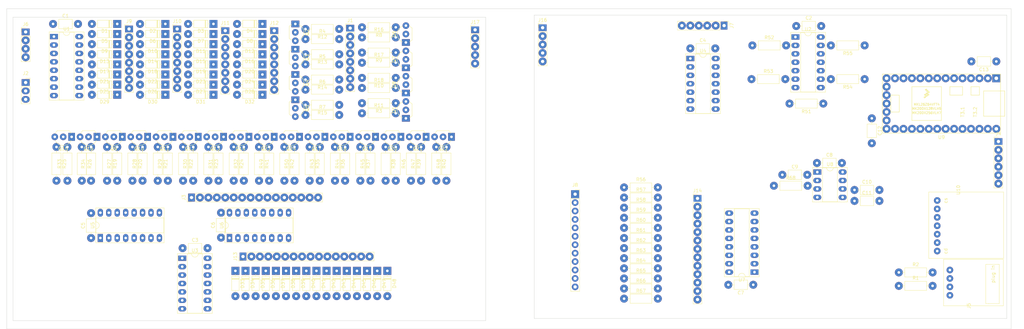
<source format=kicad_pcb>
(kicad_pcb (version 20171130) (host pcbnew "(5.1.4)-1")
  (layers (0 F.Cu signal) (31 B.Cu signal) (34 B.Paste user) (35 F.Paste user) (36 B.SilkS user) (37 F.SilkS user) (38 B.Mask user) (39 F.Mask user) (44 Edge.Cuts user))
  (net 0 "")
  (net 1 GND)
  (net 2 +5V)
  (net 3 hold_pot)
  (net 4 "Net-(C11-Pad1)")
  (net 5 "Net-(C12-Pad1)")
  (net 6 teensy_audio_out)
  (net 7 1_1)
  (net 8 "Net-(D1-Pad1)")
  (net 9 1_2)
  (net 10 "Net-(D2-Pad1)")
  (net 11 1_3)
  (net 12 "Net-(D3-Pad1)")
  (net 13 1_4)
  (net 14 "Net-(D4-Pad1)")
  (net 15 1_5)
  (net 16 "Net-(D5-Pad1)")
  (net 17 1_6)
  (net 18 "Net-(D6-Pad1)")
  (net 19 1_7)
  (net 20 "Net-(D7-Pad1)")
  (net 21 1_8)
  (net 22 "Net-(D8-Pad1)")
  (net 23 "Net-(D9-Pad1)")
  (net 24 "Net-(D10-Pad1)")
  (net 25 "Net-(D11-Pad1)")
  (net 26 "Net-(D12-Pad1)")
  (net 27 "Net-(D13-Pad1)")
  (net 28 "Net-(D14-Pad1)")
  (net 29 "Net-(D15-Pad1)")
  (net 30 "Net-(D16-Pad1)")
  (net 31 "Net-(D17-Pad1)")
  (net 32 "Net-(D18-Pad1)")
  (net 33 "Net-(D19-Pad1)")
  (net 34 "Net-(D20-Pad1)")
  (net 35 "Net-(D21-Pad1)")
  (net 36 "Net-(D22-Pad1)")
  (net 37 "Net-(D23-Pad1)")
  (net 38 "Net-(D24-Pad1)")
  (net 39 "Net-(D25-Pad1)")
  (net 40 "Net-(D26-Pad1)")
  (net 41 "Net-(D27-Pad1)")
  (net 42 "Net-(D28-Pad1)")
  (net 43 "Net-(D29-Pad1)")
  (net 44 "Net-(D30-Pad1)")
  (net 45 "Net-(D31-Pad1)")
  (net 46 "Net-(D32-Pad1)")
  (net 47 2_1)
  (net 48 "Net-(D33-Pad1)")
  (net 49 2_2)
  (net 50 "Net-(D34-Pad1)")
  (net 51 2_3)
  (net 52 "Net-(D35-Pad1)")
  (net 53 2_4)
  (net 54 "Net-(D36-Pad1)")
  (net 55 2_5)
  (net 56 "Net-(D37-Pad1)")
  (net 57 2_6)
  (net 58 "Net-(D38-Pad1)")
  (net 59 2_7)
  (net 60 "Net-(D39-Pad1)")
  (net 61 2_8)
  (net 62 "Net-(D40-Pad1)")
  (net 63 2_9)
  (net 64 "Net-(D41-Pad1)")
  (net 65 2_10)
  (net 66 "Net-(D42-Pad1)")
  (net 67 2_11)
  (net 68 "Net-(D43-Pad1)")
  (net 69 2_12)
  (net 70 "Net-(D44-Pad1)")
  (net 71 2_13)
  (net 72 "Net-(D45-Pad1)")
  (net 73 2_14)
  (net 74 "Net-(D46-Pad1)")
  (net 75 2_15)
  (net 76 "Net-(D47-Pad1)")
  (net 77 2_16)
  (net 78 "Net-(D48-Pad1)")
  (net 79 clock)
  (net 80 volca_audio)
  (net 81 +3V3)
  (net 82 volca_gate_control)
  (net 83 TT_Trig_long)
  (net 84 HH_Trig_long)
  (net 85 SD_trig_long)
  (net 86 BD_Trig_long)
  (net 87 synth_vol)
  (net 88 drum_vol)
  (net 89 LED1_8)
  (net 90 LED1_7)
  (net 91 LED1_6)
  (net 92 LED1_5)
  (net 93 LED1_4)
  (net 94 LED1_3)
  (net 95 LED1_2)
  (net 96 LED1_1)
  (net 97 LED2_16)
  (net 98 LED2_15)
  (net 99 LED2_14)
  (net 100 LED2_13)
  (net 101 LED2_12)
  (net 102 LED2_11)
  (net 103 LED2_10)
  (net 104 LED2_9)
  (net 105 LED2_8)
  (net 106 LED2_7)
  (net 107 LED2_6)
  (net 108 LED2_5)
  (net 109 LED2_4)
  (net 110 LED2_3)
  (net 111 LED2_2)
  (net 112 LED2_1)
  (net 113 LED_BIN_12)
  (net 114 LED_BIN_11)
  (net 115 LED_BIN_10)
  (net 116 LED_BIN_9)
  (net 117 LED_BIN_8)
  (net 118 LED_BIN_7)
  (net 119 LED_BIN_6)
  (net 120 LED_BIN_5)
  (net 121 LED_BIN_4)
  (net 122 LED_BIN_3)
  (net 123 LED_BIN_2)
  (net 124 LED_BIN_1)
  (net 125 selected_trig)
  (net 126 "Net-(J14-Pad12)")
  (net 127 "Net-(J14-Pad11)")
  (net 128 "Net-(J14-Pad10)")
  (net 129 "Net-(J14-Pad9)")
  (net 130 "Net-(J14-Pad8)")
  (net 131 "Net-(J14-Pad7)")
  (net 132 "Net-(J14-Pad6)")
  (net 133 "Net-(J14-Pad5)")
  (net 134 "Net-(J14-Pad4)")
  (net 135 "Net-(J14-Pad3)")
  (net 136 "Net-(J14-Pad2)")
  (net 137 "Net-(J14-Pad1)")
  (net 138 "Net-(Q1-Pad3)")
  (net 139 "Net-(Q2-Pad3)")
  (net 140 "Net-(Q3-Pad3)")
  (net 141 "Net-(Q4-Pad3)")
  (net 142 "Net-(Q5-Pad3)")
  (net 143 "Net-(Q6-Pad3)")
  (net 144 "Net-(Q7-Pad3)")
  (net 145 "Net-(Q8-Pad3)")
  (net 146 "Net-(Q9-Pad3)")
  (net 147 "Net-(Q10-Pad3)")
  (net 148 "Net-(Q11-Pad3)")
  (net 149 "Net-(Q12-Pad3)")
  (net 150 "Net-(Q13-Pad3)")
  (net 151 "Net-(Q14-Pad3)")
  (net 152 "Net-(Q15-Pad3)")
  (net 153 "Net-(Q16-Pad3)")
  (net 154 "Net-(Q17-Pad3)")
  (net 155 "Net-(Q18-Pad3)")
  (net 156 "Net-(Q19-Pad3)")
  (net 157 "Net-(Q20-Pad3)")
  (net 158 "Net-(Q21-Pad3)")
  (net 159 "Net-(Q22-Pad3)")
  (net 160 "Net-(Q23-Pad3)")
  (net 161 "Net-(Q24-Pad3)")
  (net 162 volca_audio_gated)
  (net 163 "Net-(U1-Pad15)")
  (net 164 "Net-(U1-Pad12)")
  (net 165 "Net-(U1-Pad11)")
  (net 166 TT_Trig_short)
  (net 167 SD_trig_short)
  (net 168 HH_Trig_short)
  (net 169 BD_Trig_short)
  (net 170 "Net-(U3-Pad2)")
  (net 171 "Net-(U3-Pad1)")
  (net 172 "Net-(U5-Pad15)")
  (net 173 "Net-(U5-Pad12)")
  (net 174 "Net-(U5-Pad11)")
  (net 175 "Net-(U6-Pad12)")
  (net 176 "Net-(U7-Pad11)")
  (net 177 ambient_trigger_to_teensy)
  (net 178 CS)
  (net 179 DOUT)
  (net 180 DIN)
  (net 181 "Net-(C9-Pad2)")
  (net 182 "Net-(J5-PadR1)")
  (net 183 "Net-(J5-PadT)")
  (net 184 "Net-(Q1-Pad2)")
  (net 185 "Net-(Q2-Pad2)")
  (net 186 "Net-(Q3-Pad2)")
  (net 187 "Net-(Q4-Pad2)")
  (net 188 "Net-(Q5-Pad2)")
  (net 189 "Net-(Q6-Pad2)")
  (net 190 "Net-(Q7-Pad2)")
  (net 191 "Net-(Q8-Pad2)")
  (net 192 "Net-(Q9-Pad2)")
  (net 193 "Net-(Q10-Pad2)")
  (net 194 "Net-(Q11-Pad2)")
  (net 195 "Net-(Q12-Pad2)")
  (net 196 "Net-(Q13-Pad2)")
  (net 197 "Net-(Q14-Pad2)")
  (net 198 "Net-(Q15-Pad2)")
  (net 199 "Net-(Q16-Pad2)")
  (net 200 "Net-(Q17-Pad2)")
  (net 201 "Net-(Q18-Pad2)")
  (net 202 "Net-(Q19-Pad2)")
  (net 203 "Net-(Q20-Pad2)")
  (net 204 "Net-(Q21-Pad2)")
  (net 205 "Net-(Q22-Pad2)")
  (net 206 "Net-(Q23-Pad2)")
  (net 207 "Net-(Q24-Pad2)")
  (net 208 "Net-(R51-Pad1)")
  (net 209 "Net-(U9-Pad7)")
  (net 210 "Net-(U9-Pad8)")
  (net 211 "Net-(U9-Pad9)")
  (net 212 "Net-(U9-Pad11)")
  (net 213 "Net-(U9-Pad12)")
  (net 214 "Net-(U9-Pad32)")
  (net 215 "Net-(U9-Pad30)")
  (net 216 "Net-(U9-Pad29)")
  (net 217 "Net-(U9-Pad28)")
  (net 218 "Net-(U9-Pad27)")
  (net 219 "Net-(U9-Pad26)")
  (net 220 "Net-(U9-Pad25)")
  (net 221 "Net-(U9-Pad22)")
  (net 222 "Net-(U9-Pad21)")
  (net 223 "Net-(U9-Pad15)")
  (net 224 "Net-(U9-Pad16)")
  (net 225 "Net-(U10-Pad4)")
  (net 226 "Net-(U9-Pad18)")
  (net 227 "Net-(U9-Pad17)")
  (net 228 "Net-(U10-Pad1)")
  (net 229 sel_trig_inv)
  (module william_custom:TO-92_Inline_Wide_BIG (layer F.Cu) (at 141.478 84.328 180)
    (fp_text reference Q13 (at 2.54 -3.56) (layer F.SilkS))
    (fp_text value 2N3904)
    (pad 2 thru_hole circle (at 2.54 0 270) (size 2 2) (drill 0.8) (layers *.Cu *.Mask) (net 196 "Net-(Q13-Pad2)"))
    (pad 3 thru_hole circle (at 5.08 0 270) (size 2 2) (drill 0.8) (layers *.Cu *.Mask) (net 150 "Net-(Q13-Pad3)"))
    (pad 1 thru_hole rect (at 0 0 270) (size 2.4 2) (drill 0.8) (layers *.Cu *.Mask) (net 1 GND))
  )
  (module william_custom:TO-92_Inline_Wide_BIG (layer F.Cu) (at 163.068 65.532 270)
    (fp_text reference Q4 (at 2.54 -3.56 90) (layer F.SilkS))
    (fp_text value 2N3904)
    (pad 2 thru_hole circle (at 2.54 0) (size 2 2) (drill 0.8) (layers *.Cu *.Mask) (net 187 "Net-(Q4-Pad2)"))
    (pad 3 thru_hole circle (at 5.08 0) (size 2 2) (drill 0.8) (layers *.Cu *.Mask) (net 141 "Net-(Q4-Pad3)"))
    (pad 1 thru_hole rect (at 0 0) (size 2.4 2) (drill 0.8) (layers *.Cu *.Mask) (net 1 GND))
  )
  (module william_custom:TO-92_Inline_Wide_BIG (layer F.Cu) (at 118.618 84.328 180)
    (fp_text reference Q10 (at 2.54 -3.56) (layer F.SilkS))
    (fp_text value 2N3904)
    (pad 2 thru_hole circle (at 2.54 0 270) (size 2 2) (drill 0.8) (layers *.Cu *.Mask) (net 193 "Net-(Q10-Pad2)"))
    (pad 3 thru_hole circle (at 5.08 0 270) (size 2 2) (drill 0.8) (layers *.Cu *.Mask) (net 147 "Net-(Q10-Pad3)"))
    (pad 1 thru_hole rect (at 0 0 270) (size 2.4 2) (drill 0.8) (layers *.Cu *.Mask) (net 1 GND))
  )
  (module william_custom:TO-92_Inline_Wide_BIG (layer F.Cu) (at 163.068 57.912 270)
    (fp_text reference Q3 (at 2.54 -3.56 90) (layer F.SilkS))
    (fp_text value 2N3904)
    (pad 2 thru_hole circle (at 2.54 0) (size 2 2) (drill 0.8) (layers *.Cu *.Mask) (net 186 "Net-(Q3-Pad2)"))
    (pad 3 thru_hole circle (at 5.08 0) (size 2 2) (drill 0.8) (layers *.Cu *.Mask) (net 140 "Net-(Q3-Pad3)"))
    (pad 1 thru_hole rect (at 0 0) (size 2.4 2) (drill 0.8) (layers *.Cu *.Mask) (net 1 GND))
  )
  (module william_custom:TO-92_Inline_Wide_BIG (layer F.Cu) (at 133.858 84.328 180)
    (fp_text reference Q12 (at 2.54 -3.56) (layer F.SilkS))
    (fp_text value 2N3904)
    (pad 2 thru_hole circle (at 2.54 0 270) (size 2 2) (drill 0.8) (layers *.Cu *.Mask) (net 195 "Net-(Q12-Pad2)"))
    (pad 3 thru_hole circle (at 5.08 0 270) (size 2 2) (drill 0.8) (layers *.Cu *.Mask) (net 149 "Net-(Q12-Pad3)"))
    (pad 1 thru_hole rect (at 0 0 270) (size 2.4 2) (drill 0.8) (layers *.Cu *.Mask) (net 1 GND))
  )
  (module william_custom:TO-92_Inline_Wide_BIG (layer F.Cu) (at 194.818 84.328 180)
    (fp_text reference Q20 (at 2.54 -3.56) (layer F.SilkS))
    (fp_text value 2N3904)
    (pad 2 thru_hole circle (at 2.54 0 270) (size 2 2) (drill 0.8) (layers *.Cu *.Mask) (net 203 "Net-(Q20-Pad2)"))
    (pad 3 thru_hole circle (at 5.08 0 270) (size 2 2) (drill 0.8) (layers *.Cu *.Mask) (net 157 "Net-(Q20-Pad3)"))
    (pad 1 thru_hole rect (at 0 0 270) (size 2.4 2) (drill 0.8) (layers *.Cu *.Mask) (net 1 GND))
  )
  (module william_custom:TO-92_Inline_Wide_BIG (layer F.Cu) (at 163.068 50.292 270)
    (fp_text reference Q2 (at 2.54 -3.56 90) (layer F.SilkS))
    (fp_text value 2N3904)
    (pad 2 thru_hole circle (at 2.54 0) (size 2 2) (drill 0.8) (layers *.Cu *.Mask) (net 185 "Net-(Q2-Pad2)"))
    (pad 3 thru_hole circle (at 5.08 0) (size 2 2) (drill 0.8) (layers *.Cu *.Mask) (net 139 "Net-(Q2-Pad3)"))
    (pad 1 thru_hole rect (at 0 0) (size 2.4 2) (drill 0.8) (layers *.Cu *.Mask) (net 1 GND))
  )
  (module william_custom:TO-92_Inline_Wide_BIG (layer F.Cu) (at 202.438 84.328 180)
    (fp_text reference Q21 (at 2.54 -3.56) (layer F.SilkS))
    (fp_text value 2N3904)
    (pad 2 thru_hole circle (at 2.54 0 270) (size 2 2) (drill 0.8) (layers *.Cu *.Mask) (net 204 "Net-(Q21-Pad2)"))
    (pad 3 thru_hole circle (at 5.08 0 270) (size 2 2) (drill 0.8) (layers *.Cu *.Mask) (net 158 "Net-(Q21-Pad3)"))
    (pad 1 thru_hole rect (at 0 0 270) (size 2.4 2) (drill 0.8) (layers *.Cu *.Mask) (net 1 GND))
  )
  (module william_custom:TO-92_Inline_Wide_BIG (layer F.Cu) (at 126.238 84.328 180)
    (fp_text reference Q11 (at 2.54 -3.56) (layer F.SilkS))
    (fp_text value 2N3904)
    (pad 2 thru_hole circle (at 2.54 0 270) (size 2 2) (drill 0.8) (layers *.Cu *.Mask) (net 194 "Net-(Q11-Pad2)"))
    (pad 3 thru_hole circle (at 5.08 0 270) (size 2 2) (drill 0.8) (layers *.Cu *.Mask) (net 148 "Net-(Q11-Pad3)"))
    (pad 1 thru_hole rect (at 0 0 270) (size 2.4 2) (drill 0.8) (layers *.Cu *.Mask) (net 1 GND))
  )
  (module william_custom:TO-92_Inline_Wide_BIG (layer F.Cu) (at 187.198 84.328 180)
    (fp_text reference Q19 (at 2.54 -3.56) (layer F.SilkS))
    (fp_text value 2N3904)
    (pad 2 thru_hole circle (at 2.54 0 270) (size 2 2) (drill 0.8) (layers *.Cu *.Mask) (net 202 "Net-(Q19-Pad2)"))
    (pad 3 thru_hole circle (at 5.08 0 270) (size 2 2) (drill 0.8) (layers *.Cu *.Mask) (net 156 "Net-(Q19-Pad3)"))
    (pad 1 thru_hole rect (at 0 0 270) (size 2.4 2) (drill 0.8) (layers *.Cu *.Mask) (net 1 GND))
  )
  (module william_custom:TO-92_Inline_Wide_BIG (layer F.Cu) (at 196.342 78.74 90)
    (fp_text reference Q1 (at 2.54 -3.56 90) (layer F.SilkS))
    (fp_text value 2N3904)
    (pad 2 thru_hole circle (at 2.54 0 180) (size 2 2) (drill 0.8) (layers *.Cu *.Mask) (net 184 "Net-(Q1-Pad2)"))
    (pad 3 thru_hole circle (at 5.08 0 180) (size 2 2) (drill 0.8) (layers *.Cu *.Mask) (net 138 "Net-(Q1-Pad3)"))
    (pad 1 thru_hole rect (at 0 0 180) (size 2.4 2) (drill 0.8) (layers *.Cu *.Mask) (net 1 GND))
  )
  (module william_custom:R_Axial_DIN0207_L6.3mm_D2.5mm_P10.16mm_Horizontal_BIG (layer F.Cu) (at 200.914 97.536 90)
    (fp_text reference R47 (at 5.08 -2.37 90) (layer F.SilkS))
    (fp_text value 100k)
    (pad 1 thru_hole circle (at 0 0 90) (size 2.4 2.4) (drill 0.8) (layers *.Cu *.Mask) (net 75 2_15))
    (pad 2 thru_hole circle (at 10.16 0 90) (size 2.4 2.4) (drill 0.8) (layers *.Cu *.Mask) (net 204 "Net-(Q21-Pad2)"))
  )
  (module william_custom:R_Axial_DIN0207_L6.3mm_D2.5mm_P10.16mm_Horizontal_BIG (layer F.Cu) (at 185.674 97.536 90)
    (fp_text reference R45 (at 5.08 -2.37 90) (layer F.SilkS))
    (fp_text value 100k)
    (pad 1 thru_hole circle (at 0 0 90) (size 2.4 2.4) (drill 0.8) (layers *.Cu *.Mask) (net 71 2_13))
    (pad 2 thru_hole circle (at 10.16 0 90) (size 2.4 2.4) (drill 0.8) (layers *.Cu *.Mask) (net 202 "Net-(Q19-Pad2)"))
  )
  (module william_custom:R_Axial_DIN0207_L6.3mm_D2.5mm_P10.16mm_Horizontal_BIG (layer F.Cu) (at 178.054 97.536 90)
    (fp_text reference R44 (at 5.08 -2.37 90) (layer F.SilkS))
    (fp_text value 100k)
    (pad 1 thru_hole circle (at 0 0 90) (size 2.4 2.4) (drill 0.8) (layers *.Cu *.Mask) (net 69 2_12))
    (pad 2 thru_hole circle (at 10.16 0 90) (size 2.4 2.4) (drill 0.8) (layers *.Cu *.Mask) (net 201 "Net-(Q18-Pad2)"))
  )
  (module william_custom:R_Axial_DIN0207_L6.3mm_D2.5mm_P10.16mm_Horizontal_BIG (layer F.Cu) (at 170.434 97.536 90)
    (fp_text reference R43 (at 5.08 -2.37 90) (layer F.SilkS))
    (fp_text value 100k)
    (pad 1 thru_hole circle (at 0 0 90) (size 2.4 2.4) (drill 0.8) (layers *.Cu *.Mask) (net 67 2_11))
    (pad 2 thru_hole circle (at 10.16 0 90) (size 2.4 2.4) (drill 0.8) (layers *.Cu *.Mask) (net 200 "Net-(Q17-Pad2)"))
  )
  (module william_custom:R_Axial_DIN0207_L6.3mm_D2.5mm_P10.16mm_Horizontal_BIG (layer F.Cu) (at 101.6 97.536 90)
    (fp_text reference R34 (at 5.08 -2.37 90) (layer F.SilkS))
    (fp_text value 100k)
    (pad 1 thru_hole circle (at 0 0 90) (size 2.4 2.4) (drill 0.8) (layers *.Cu *.Mask) (net 49 2_2))
    (pad 2 thru_hole circle (at 10.16 0 90) (size 2.4 2.4) (drill 0.8) (layers *.Cu *.Mask) (net 199 "Net-(Q16-Pad2)"))
  )
  (module william_custom:R_Axial_DIN0207_L6.3mm_D2.5mm_P10.16mm_Horizontal_BIG (layer F.Cu) (at 147.574 97.536 90)
    (fp_text reference R32 (at 5.08 -2.37 90) (layer F.SilkS))
    (fp_text value 100k)
    (pad 1 thru_hole circle (at 0 0 90) (size 2.4 2.4) (drill 0.8) (layers *.Cu *.Mask) (net 61 2_8))
    (pad 2 thru_hole circle (at 10.16 0 90) (size 2.4 2.4) (drill 0.8) (layers *.Cu *.Mask) (net 197 "Net-(Q14-Pad2)"))
  )
  (module william_custom:R_Axial_DIN0207_L6.3mm_D2.5mm_P10.16mm_Horizontal_BIG (layer F.Cu) (at 155.194 97.536 90)
    (fp_text reference R49 (at 5.08 -2.37 90) (layer F.SilkS))
    (fp_text value 100k)
    (pad 1 thru_hole circle (at 0 0 90) (size 2.4 2.4) (drill 0.8) (layers *.Cu *.Mask) (net 63 2_9))
    (pad 2 thru_hole circle (at 10.16 0 90) (size 2.4 2.4) (drill 0.8) (layers *.Cu *.Mask) (net 206 "Net-(Q23-Pad2)"))
  )
  (module william_custom:R_Axial_DIN0207_L6.3mm_D2.5mm_P10.16mm_Horizontal_BIG (layer F.Cu) (at 208.534 97.536 90)
    (fp_text reference R48 (at 5.08 -2.37 90) (layer F.SilkS))
    (fp_text value 100k)
    (pad 1 thru_hole circle (at 0 0 90) (size 2.4 2.4) (drill 0.8) (layers *.Cu *.Mask) (net 77 2_16))
    (pad 2 thru_hole circle (at 10.16 0 90) (size 2.4 2.4) (drill 0.8) (layers *.Cu *.Mask) (net 205 "Net-(Q22-Pad2)"))
  )
  (module william_custom:R_Axial_DIN0207_L6.3mm_D2.5mm_P10.16mm_Horizontal_BIG (layer F.Cu) (at 139.954 97.536 90)
    (fp_text reference R31 (at 5.08 -2.37 90) (layer F.SilkS))
    (fp_text value 100k)
    (pad 1 thru_hole circle (at 0 0 90) (size 2.4 2.4) (drill 0.8) (layers *.Cu *.Mask) (net 59 2_7))
    (pad 2 thru_hole circle (at 10.16 0 90) (size 2.4 2.4) (drill 0.8) (layers *.Cu *.Mask) (net 196 "Net-(Q13-Pad2)"))
  )
  (module william_custom:R_Axial_DIN0207_L6.3mm_D2.5mm_P10.16mm_Horizontal_BIG (layer F.Cu) (at 193.294 87.376 270)
    (fp_text reference R46 (at 5.08 -2.37 90) (layer F.SilkS))
    (fp_text value 100k)
    (pad 1 thru_hole circle (at 0 0 270) (size 2.4 2.4) (drill 0.8) (layers *.Cu *.Mask) (net 73 2_14))
    (pad 2 thru_hole circle (at 10.16 0 270) (size 2.4 2.4) (drill 0.8) (layers *.Cu *.Mask) (net 203 "Net-(Q20-Pad2)"))
  )
  (module william_custom:R_Axial_DIN0207_L6.3mm_D2.5mm_P10.16mm_Horizontal_BIG (layer F.Cu) (at 94.488 97.536 90)
    (fp_text reference R33 (at 5.08 -2.37 90) (layer F.SilkS))
    (fp_text value 100k)
    (pad 1 thru_hole circle (at 0 0 90) (size 2.4 2.4) (drill 0.8) (layers *.Cu *.Mask) (net 47 2_1))
    (pad 2 thru_hole circle (at 10.16 0 90) (size 2.4 2.4) (drill 0.8) (layers *.Cu *.Mask) (net 198 "Net-(Q15-Pad2)"))
  )
  (module william_custom:R_Axial_DIN0207_L6.3mm_D2.5mm_P10.16mm_Horizontal_BIG (layer F.Cu) (at 162.814 97.536 90)
    (fp_text reference R50 (at 5.08 -2.37 90) (layer F.SilkS))
    (fp_text value 100k)
    (pad 1 thru_hole circle (at 0 0 90) (size 2.4 2.4) (drill 0.8) (layers *.Cu *.Mask) (net 65 2_10))
    (pad 2 thru_hole circle (at 10.16 0 90) (size 2.4 2.4) (drill 0.8) (layers *.Cu *.Mask) (net 207 "Net-(Q24-Pad2)"))
  )
  (module william_custom:TO-92_Inline_Wide_BIG (layer F.Cu) (at 156.718 84.328 180)
    (fp_text reference Q23 (at 2.54 -3.56) (layer F.SilkS))
    (fp_text value 2N3904)
    (pad 2 thru_hole circle (at 2.54 0 270) (size 2 2) (drill 0.8) (layers *.Cu *.Mask) (net 206 "Net-(Q23-Pad2)"))
    (pad 3 thru_hole circle (at 5.08 0 270) (size 2 2) (drill 0.8) (layers *.Cu *.Mask) (net 160 "Net-(Q23-Pad3)"))
    (pad 1 thru_hole rect (at 0 0 270) (size 2.4 2) (drill 0.8) (layers *.Cu *.Mask) (net 1 GND))
  )
  (module william_custom:PinHeader_1x08_P2.54mm_Vertical_BIG (layer F.Cu) (at 127.508 51.816)
    (fp_text reference J10 (at 0 -2.33) (layer F.SilkS))
    (fp_text value Conn_01x08_Female)
    (pad 8 thru_hole circle (at 0 17.78) (size 2.4 2.4) (drill 1) (layers *.Cu *.Mask) (net 44 "Net-(D30-Pad1)"))
    (pad 7 thru_hole circle (at 0 15.24) (size 2.4 2.4) (drill 1) (layers *.Cu *.Mask) (net 40 "Net-(D26-Pad1)"))
    (pad 6 thru_hole circle (at 0 12.7) (size 2.4 2.4) (drill 1) (layers *.Cu *.Mask) (net 36 "Net-(D22-Pad1)"))
    (pad 5 thru_hole circle (at 0 10.16) (size 2.4 2.4) (drill 1) (layers *.Cu *.Mask) (net 32 "Net-(D18-Pad1)"))
    (pad 4 thru_hole circle (at 0 7.62) (size 2.4 2.4) (drill 1) (layers *.Cu *.Mask) (net 28 "Net-(D14-Pad1)"))
    (pad 3 thru_hole circle (at 0 5.08) (size 2.4 2.4) (drill 1) (layers *.Cu *.Mask) (net 24 "Net-(D10-Pad1)"))
    (pad 2 thru_hole circle (at 0 2.54) (size 2.4 2.4) (drill 1) (layers *.Cu *.Mask) (net 18 "Net-(D6-Pad1)"))
    (pad 1 thru_hole rect (at 0 0) (size 2.4 2) (drill 1) (layers *.Cu *.Mask) (net 10 "Net-(D2-Pad1)"))
  )
  (module william_custom:PinHeader_1x16_P2.54mm_Vertical_BIG (layer F.Cu) (at 131.826 102.616 90)
    (fp_text reference J3 (at 0 -2.33 90) (layer F.SilkS))
    (fp_text value Conn_01x16_Female)
    (pad 16 thru_hole circle (at 0 38.1 90) (size 2.4 2.4) (drill 1) (layers *.Cu *.Mask) (net 97 LED2_16))
    (pad 15 thru_hole circle (at 0 35.56 90) (size 2.4 2.4) (drill 1) (layers *.Cu *.Mask) (net 98 LED2_15))
    (pad 14 thru_hole circle (at 0 33.02 90) (size 2.4 2.4) (drill 1) (layers *.Cu *.Mask) (net 99 LED2_14))
    (pad 13 thru_hole circle (at 0 30.48 90) (size 2.4 2.4) (drill 1) (layers *.Cu *.Mask) (net 100 LED2_13))
    (pad 12 thru_hole circle (at 0 27.94 90) (size 2.4 2.4) (drill 1) (layers *.Cu *.Mask) (net 101 LED2_12))
    (pad 11 thru_hole circle (at 0 25.4 90) (size 2.4 2.4) (drill 1) (layers *.Cu *.Mask) (net 102 LED2_11))
    (pad 10 thru_hole circle (at 0 22.86 90) (size 2.4 2.4) (drill 1) (layers *.Cu *.Mask) (net 103 LED2_10))
    (pad 9 thru_hole circle (at 0 20.32 90) (size 2.4 2.4) (drill 1) (layers *.Cu *.Mask) (net 104 LED2_9))
    (pad 8 thru_hole circle (at 0 17.78 90) (size 2.4 2.4) (drill 1) (layers *.Cu *.Mask) (net 105 LED2_8))
    (pad 7 thru_hole circle (at 0 15.24 90) (size 2.4 2.4) (drill 1) (layers *.Cu *.Mask) (net 106 LED2_7))
    (pad 6 thru_hole circle (at 0 12.7 90) (size 2.4 2.4) (drill 1) (layers *.Cu *.Mask) (net 107 LED2_6))
    (pad 5 thru_hole circle (at 0 10.16 90) (size 2.4 2.4) (drill 1) (layers *.Cu *.Mask) (net 108 LED2_5))
    (pad 4 thru_hole circle (at 0 7.62 90) (size 2.4 2.4) (drill 1) (layers *.Cu *.Mask) (net 109 LED2_4))
    (pad 3 thru_hole circle (at 0 5.08 90) (size 2.4 2.4) (drill 1) (layers *.Cu *.Mask) (net 110 LED2_3))
    (pad 2 thru_hole circle (at 0 2.54 90) (size 2.4 2.4) (drill 1) (layers *.Cu *.Mask) (net 111 LED2_2))
    (pad 1 thru_hole rect (at 0 0 90) (size 2.4 2) (drill 1) (layers *.Cu *.Mask) (net 112 LED2_1))
  )
  (module william_custom:D_DO-35_SOD27_P7.62mm_Horizontal_BIG (layer F.Cu) (at 175.514 124.714 270)
    (fp_text reference D43 (at 3.81 -2.12 90) (layer F.SilkS))
    (fp_text value 1N4148)
    (pad 2 thru_hole circle (at 7.62 0 270) (size 2.4 2.4) (drill 0.8) (layers *.Cu *.Mask) (net 67 2_11))
    (pad 1 thru_hole rect (at 0 0 270) (size 2.4 2.4) (drill 0.8) (layers *.Cu *.Mask) (net 68 "Net-(D43-Pad1)"))
  )
  (module william_custom:D_DO-35_SOD27_P7.62mm_Horizontal_BIG (layer F.Cu) (at 166.37 124.714 270)
    (fp_text reference D40 (at 3.81 -2.12 90) (layer F.SilkS))
    (fp_text value 1N4148)
    (pad 2 thru_hole circle (at 7.62 0 270) (size 2.4 2.4) (drill 0.8) (layers *.Cu *.Mask) (net 61 2_8))
    (pad 1 thru_hole rect (at 0 0 270) (size 2.4 2.4) (drill 0.8) (layers *.Cu *.Mask) (net 62 "Net-(D40-Pad1)"))
  )
  (module william_custom:D_DO-35_SOD27_P7.62mm_Horizontal_BIG (layer F.Cu) (at 154.178 124.714 270)
    (fp_text reference D36 (at 3.81 -2.12 90) (layer F.SilkS))
    (fp_text value 1N4148)
    (pad 2 thru_hole circle (at 7.62 0 270) (size 2.4 2.4) (drill 0.8) (layers *.Cu *.Mask) (net 53 2_4))
    (pad 1 thru_hole rect (at 0 0 270) (size 2.4 2.4) (drill 0.8) (layers *.Cu *.Mask) (net 54 "Net-(D36-Pad1)"))
  )
  (module william_custom:D_DO-35_SOD27_P7.62mm_Horizontal_BIG (layer F.Cu) (at 153.162 71.628 180)
    (fp_text reference D32 (at 3.81 -2.12) (layer F.SilkS))
    (fp_text value 1N4148)
    (pad 2 thru_hole circle (at 7.62 0 180) (size 2.4 2.4) (drill 0.8) (layers *.Cu *.Mask) (net 21 1_8))
    (pad 1 thru_hole rect (at 0 0 180) (size 2.4 2.4) (drill 0.8) (layers *.Cu *.Mask) (net 46 "Net-(D32-Pad1)"))
  )
  (module william_custom:D_DO-35_SOD27_P7.62mm_Horizontal_BIG (layer F.Cu) (at 181.61 124.714 270)
    (fp_text reference D45 (at 3.81 -2.12 90) (layer F.SilkS))
    (fp_text value 1N4148)
    (pad 2 thru_hole circle (at 7.62 0 270) (size 2.4 2.4) (drill 0.8) (layers *.Cu *.Mask) (net 71 2_13))
    (pad 1 thru_hole rect (at 0 0 270) (size 2.4 2.4) (drill 0.8) (layers *.Cu *.Mask) (net 72 "Net-(D45-Pad1)"))
  )
  (module william_custom:D_DO-35_SOD27_P7.62mm_Horizontal_BIG (layer F.Cu) (at 169.418 124.714 270)
    (fp_text reference D41 (at 3.81 -2.12 90) (layer F.SilkS))
    (fp_text value 1N4148)
    (pad 2 thru_hole circle (at 7.62 0 270) (size 2.4 2.4) (drill 0.8) (layers *.Cu *.Mask) (net 63 2_9))
    (pad 1 thru_hole rect (at 0 0 270) (size 2.4 2.4) (drill 0.8) (layers *.Cu *.Mask) (net 64 "Net-(D41-Pad1)"))
  )
  (module william_custom:D_DO-35_SOD27_P7.62mm_Horizontal_BIG (layer F.Cu) (at 157.226 124.714 270)
    (fp_text reference D37 (at 3.81 -2.12 90) (layer F.SilkS))
    (fp_text value 1N4148)
    (pad 2 thru_hole circle (at 7.62 0 270) (size 2.4 2.4) (drill 0.8) (layers *.Cu *.Mask) (net 55 2_5))
    (pad 1 thru_hole rect (at 0 0 270) (size 2.4 2.4) (drill 0.8) (layers *.Cu *.Mask) (net 56 "Net-(D37-Pad1)"))
  )
  (module william_custom:D_DO-35_SOD27_P7.62mm_Horizontal_BIG (layer F.Cu) (at 163.322 124.714 270)
    (fp_text reference D39 (at 3.81 -2.12 90) (layer F.SilkS))
    (fp_text value 1N4148)
    (pad 2 thru_hole circle (at 7.62 0 270) (size 2.4 2.4) (drill 0.8) (layers *.Cu *.Mask) (net 59 2_7))
    (pad 1 thru_hole rect (at 0 0 270) (size 2.4 2.4) (drill 0.8) (layers *.Cu *.Mask) (net 60 "Net-(D39-Pad1)"))
  )
  (module william_custom:D_DO-35_SOD27_P7.62mm_Horizontal_BIG (layer F.Cu) (at 151.13 124.714 270)
    (fp_text reference D35 (at 3.81 -2.12 90) (layer F.SilkS))
    (fp_text value 1N4148)
    (pad 2 thru_hole circle (at 7.62 0 270) (size 2.4 2.4) (drill 0.8) (layers *.Cu *.Mask) (net 51 2_3))
    (pad 1 thru_hole rect (at 0 0 270) (size 2.4 2.4) (drill 0.8) (layers *.Cu *.Mask) (net 52 "Net-(D35-Pad1)"))
  )
  (module william_custom:D_DO-35_SOD27_P7.62mm_Horizontal_BIG (layer F.Cu) (at 148.082 124.714 270)
    (fp_text reference D34 (at 3.81 -2.12 90) (layer F.SilkS))
    (fp_text value 1N4148)
    (pad 2 thru_hole circle (at 7.62 0 270) (size 2.4 2.4) (drill 0.8) (layers *.Cu *.Mask) (net 49 2_2))
    (pad 1 thru_hole rect (at 0 0 270) (size 2.4 2.4) (drill 0.8) (layers *.Cu *.Mask) (net 50 "Net-(D34-Pad1)"))
  )
  (module william_custom:D_DO-35_SOD27_P7.62mm_Horizontal_BIG (layer F.Cu) (at 153.162 68.58 180)
    (fp_text reference D28 (at 3.81 -2.12) (layer F.SilkS))
    (fp_text value 1N4148)
    (pad 2 thru_hole circle (at 7.62 0 180) (size 2.4 2.4) (drill 0.8) (layers *.Cu *.Mask) (net 19 1_7))
    (pad 1 thru_hole rect (at 0 0 180) (size 2.4 2.4) (drill 0.8) (layers *.Cu *.Mask) (net 42 "Net-(D28-Pad1)"))
  )
  (module william_custom:D_DO-35_SOD27_P7.62mm_Horizontal_BIG (layer F.Cu) (at 160.274 124.714 270)
    (fp_text reference D38 (at 3.81 -2.12 90) (layer F.SilkS))
    (fp_text value 1N4148)
    (pad 2 thru_hole circle (at 7.62 0 270) (size 2.4 2.4) (drill 0.8) (layers *.Cu *.Mask) (net 57 2_6))
    (pad 1 thru_hole rect (at 0 0 270) (size 2.4 2.4) (drill 0.8) (layers *.Cu *.Mask) (net 58 "Net-(D38-Pad1)"))
  )
  (module william_custom:D_DO-35_SOD27_P7.62mm_Horizontal_BIG (layer F.Cu) (at 153.162 65.532 180)
    (fp_text reference D24 (at 3.81 -2.12) (layer F.SilkS))
    (fp_text value 1N4148)
    (pad 2 thru_hole circle (at 7.62 0 180) (size 2.4 2.4) (drill 0.8) (layers *.Cu *.Mask) (net 17 1_6))
    (pad 1 thru_hole rect (at 0 0 180) (size 2.4 2.4) (drill 0.8) (layers *.Cu *.Mask) (net 38 "Net-(D24-Pad1)"))
  )
  (module william_custom:PinSocket_1x03_P2.54mm_Vertical_BIG (layer F.Cu) (at 81.915 67.945)
    (fp_text reference J2 (at 0 -2.77) (layer F.SilkS))
    (fp_text value Conn_01x03_Female)
    (pad 3 thru_hole oval (at 0 5.08) (size 2.4 2) (drill 1) (layers *.Cu *.Mask) (net 79 clock))
    (pad 2 thru_hole oval (at 0 2.54) (size 2.4 2) (drill 1) (layers *.Cu *.Mask) (net 79 clock))
    (pad 1 thru_hole rect (at 0 0) (size 2.4 2) (drill 1) (layers *.Cu *.Mask) (net 79 clock))
  )
  (module william_custom:D_DO-35_SOD27_P7.62mm_Horizontal_BIG (layer F.Cu) (at 153.162 62.484 180)
    (fp_text reference D20 (at 3.81 -2.12) (layer F.SilkS))
    (fp_text value 1N4148)
    (pad 2 thru_hole circle (at 7.62 0 180) (size 2.4 2.4) (drill 0.8) (layers *.Cu *.Mask) (net 15 1_5))
    (pad 1 thru_hole rect (at 0 0 180) (size 2.4 2.4) (drill 0.8) (layers *.Cu *.Mask) (net 34 "Net-(D20-Pad1)"))
  )
  (module william_custom:D_DO-35_SOD27_P7.62mm_Horizontal_BIG (layer F.Cu) (at 153.162 59.436 180)
    (fp_text reference D16 (at 3.81 -2.12) (layer F.SilkS))
    (fp_text value 1N4148)
    (pad 2 thru_hole circle (at 7.62 0 180) (size 2.4 2.4) (drill 0.8) (layers *.Cu *.Mask) (net 13 1_4))
    (pad 1 thru_hole rect (at 0 0 180) (size 2.4 2.4) (drill 0.8) (layers *.Cu *.Mask) (net 30 "Net-(D16-Pad1)"))
  )
  (module william_custom:D_DO-35_SOD27_P7.62mm_Horizontal_BIG (layer F.Cu) (at 190.754 124.714 270)
    (fp_text reference D48 (at 3.81 -2.12 90) (layer F.SilkS))
    (fp_text value 1N4148)
    (pad 2 thru_hole circle (at 7.62 0 270) (size 2.4 2.4) (drill 0.8) (layers *.Cu *.Mask) (net 77 2_16))
    (pad 1 thru_hole rect (at 0 0 270) (size 2.4 2.4) (drill 0.8) (layers *.Cu *.Mask) (net 78 "Net-(D48-Pad1)"))
  )
  (module william_custom:PinHeader_1x08_P2.54mm_Vertical_BIG (layer F.Cu) (at 179.578 51.562)
    (fp_text reference J1 (at 0 -2.33) (layer F.SilkS))
    (fp_text value Conn_01x08_Female)
    (pad 8 thru_hole circle (at 0 17.78) (size 2.4 2.4) (drill 1) (layers *.Cu *.Mask) (net 89 LED1_8))
    (pad 7 thru_hole circle (at 0 15.24) (size 2.4 2.4) (drill 1) (layers *.Cu *.Mask) (net 90 LED1_7))
    (pad 6 thru_hole circle (at 0 12.7) (size 2.4 2.4) (drill 1) (layers *.Cu *.Mask) (net 91 LED1_6))
    (pad 5 thru_hole circle (at 0 10.16) (size 2.4 2.4) (drill 1) (layers *.Cu *.Mask) (net 92 LED1_5))
    (pad 4 thru_hole circle (at 0 7.62) (size 2.4 2.4) (drill 1) (layers *.Cu *.Mask) (net 93 LED1_4))
    (pad 3 thru_hole circle (at 0 5.08) (size 2.4 2.4) (drill 1) (layers *.Cu *.Mask) (net 94 LED1_3))
    (pad 2 thru_hole circle (at 0 2.54) (size 2.4 2.4) (drill 1) (layers *.Cu *.Mask) (net 95 LED1_2))
    (pad 1 thru_hole rect (at 0 0) (size 2.4 2) (drill 1) (layers *.Cu *.Mask) (net 96 LED1_1))
  )
  (module william_custom:PinHeader_1x08_P2.54mm_Vertical_BIG (layer F.Cu) (at 141.986 52.324)
    (fp_text reference J11 (at 0 -2.33) (layer F.SilkS))
    (fp_text value Conn_01x08_Female)
    (pad 8 thru_hole circle (at 0 17.78) (size 2.4 2.4) (drill 1) (layers *.Cu *.Mask) (net 45 "Net-(D31-Pad1)"))
    (pad 7 thru_hole circle (at 0 15.24) (size 2.4 2.4) (drill 1) (layers *.Cu *.Mask) (net 41 "Net-(D27-Pad1)"))
    (pad 6 thru_hole circle (at 0 12.7) (size 2.4 2.4) (drill 1) (layers *.Cu *.Mask) (net 37 "Net-(D23-Pad1)"))
    (pad 5 thru_hole circle (at 0 10.16) (size 2.4 2.4) (drill 1) (layers *.Cu *.Mask) (net 33 "Net-(D19-Pad1)"))
    (pad 4 thru_hole circle (at 0 7.62) (size 2.4 2.4) (drill 1) (layers *.Cu *.Mask) (net 29 "Net-(D15-Pad1)"))
    (pad 3 thru_hole circle (at 0 5.08) (size 2.4 2.4) (drill 1) (layers *.Cu *.Mask) (net 25 "Net-(D11-Pad1)"))
    (pad 2 thru_hole circle (at 0 2.54) (size 2.4 2.4) (drill 1) (layers *.Cu *.Mask) (net 20 "Net-(D7-Pad1)"))
    (pad 1 thru_hole rect (at 0 0) (size 2.4 2) (drill 1) (layers *.Cu *.Mask) (net 12 "Net-(D3-Pad1)"))
  )
  (module william_custom:PinHeader_1x08_P2.54mm_Vertical_BIG (layer F.Cu) (at 113.03 51.816)
    (fp_text reference J9 (at 0 -2.33) (layer F.SilkS))
    (fp_text value Conn_01x08_Female)
    (pad 8 thru_hole circle (at 0 17.78) (size 2.4 2.4) (drill 1) (layers *.Cu *.Mask) (net 43 "Net-(D29-Pad1)"))
    (pad 7 thru_hole circle (at 0 15.24) (size 2.4 2.4) (drill 1) (layers *.Cu *.Mask) (net 39 "Net-(D25-Pad1)"))
    (pad 6 thru_hole circle (at 0 12.7) (size 2.4 2.4) (drill 1) (layers *.Cu *.Mask) (net 35 "Net-(D21-Pad1)"))
    (pad 5 thru_hole circle (at 0 10.16) (size 2.4 2.4) (drill 1) (layers *.Cu *.Mask) (net 31 "Net-(D17-Pad1)"))
    (pad 4 thru_hole circle (at 0 7.62) (size 2.4 2.4) (drill 1) (layers *.Cu *.Mask) (net 27 "Net-(D13-Pad1)"))
    (pad 3 thru_hole circle (at 0 5.08) (size 2.4 2.4) (drill 1) (layers *.Cu *.Mask) (net 23 "Net-(D9-Pad1)"))
    (pad 2 thru_hole circle (at 0 2.54) (size 2.4 2.4) (drill 1) (layers *.Cu *.Mask) (net 16 "Net-(D5-Pad1)"))
    (pad 1 thru_hole rect (at 0 0) (size 2.4 2) (drill 1) (layers *.Cu *.Mask) (net 8 "Net-(D1-Pad1)"))
  )
  (module william_custom:PinHeader_1x16_P2.54mm_Vertical_BIG (layer F.Cu) (at 147.32 120.396 90)
    (fp_text reference J13 (at 0 -2.33 90) (layer F.SilkS))
    (fp_text value Conn_01x16_Female)
    (pad 16 thru_hole circle (at 0 38.1 90) (size 2.4 2.4) (drill 1) (layers *.Cu *.Mask) (net 78 "Net-(D48-Pad1)"))
    (pad 15 thru_hole circle (at 0 35.56 90) (size 2.4 2.4) (drill 1) (layers *.Cu *.Mask) (net 76 "Net-(D47-Pad1)"))
    (pad 14 thru_hole circle (at 0 33.02 90) (size 2.4 2.4) (drill 1) (layers *.Cu *.Mask) (net 74 "Net-(D46-Pad1)"))
    (pad 13 thru_hole circle (at 0 30.48 90) (size 2.4 2.4) (drill 1) (layers *.Cu *.Mask) (net 72 "Net-(D45-Pad1)"))
    (pad 12 thru_hole circle (at 0 27.94 90) (size 2.4 2.4) (drill 1) (layers *.Cu *.Mask) (net 70 "Net-(D44-Pad1)"))
    (pad 11 thru_hole circle (at 0 25.4 90) (size 2.4 2.4) (drill 1) (layers *.Cu *.Mask) (net 68 "Net-(D43-Pad1)"))
    (pad 10 thru_hole circle (at 0 22.86 90) (size 2.4 2.4) (drill 1) (layers *.Cu *.Mask) (net 66 "Net-(D42-Pad1)"))
    (pad 9 thru_hole circle (at 0 20.32 90) (size 2.4 2.4) (drill 1) (layers *.Cu *.Mask) (net 64 "Net-(D41-Pad1)"))
    (pad 8 thru_hole circle (at 0 17.78 90) (size 2.4 2.4) (drill 1) (layers *.Cu *.Mask) (net 62 "Net-(D40-Pad1)"))
    (pad 7 thru_hole circle (at 0 15.24 90) (size 2.4 2.4) (drill 1) (layers *.Cu *.Mask) (net 60 "Net-(D39-Pad1)"))
    (pad 6 thru_hole circle (at 0 12.7 90) (size 2.4 2.4) (drill 1) (layers *.Cu *.Mask) (net 58 "Net-(D38-Pad1)"))
    (pad 5 thru_hole circle (at 0 10.16 90) (size 2.4 2.4) (drill 1) (layers *.Cu *.Mask) (net 56 "Net-(D37-Pad1)"))
    (pad 4 thru_hole circle (at 0 7.62 90) (size 2.4 2.4) (drill 1) (layers *.Cu *.Mask) (net 54 "Net-(D36-Pad1)"))
    (pad 3 thru_hole circle (at 0 5.08 90) (size 2.4 2.4) (drill 1) (layers *.Cu *.Mask) (net 52 "Net-(D35-Pad1)"))
    (pad 2 thru_hole circle (at 0 2.54 90) (size 2.4 2.4) (drill 1) (layers *.Cu *.Mask) (net 50 "Net-(D34-Pad1)"))
    (pad 1 thru_hole rect (at 0 0 90) (size 2.4 2) (drill 1) (layers *.Cu *.Mask) (net 48 "Net-(D33-Pad1)"))
  )
  (module william_custom:D_DO-35_SOD27_P7.62mm_Horizontal_BIG (layer F.Cu) (at 187.706 124.714 270)
    (fp_text reference D47 (at 3.81 -2.12 90) (layer F.SilkS))
    (fp_text value 1N4148)
    (pad 2 thru_hole circle (at 7.62 0 270) (size 2.4 2.4) (drill 0.8) (layers *.Cu *.Mask) (net 75 2_15))
    (pad 1 thru_hole rect (at 0 0 270) (size 2.4 2.4) (drill 0.8) (layers *.Cu *.Mask) (net 76 "Net-(D47-Pad1)"))
  )
  (module william_custom:D_DO-35_SOD27_P7.62mm_Horizontal_BIG (layer F.Cu) (at 184.658 124.714 270)
    (fp_text reference D46 (at 3.81 -2.12 90) (layer F.SilkS))
    (fp_text value 1N4148)
    (pad 2 thru_hole circle (at 7.62 0 270) (size 2.4 2.4) (drill 0.8) (layers *.Cu *.Mask) (net 73 2_14))
    (pad 1 thru_hole rect (at 0 0 270) (size 2.4 2.4) (drill 0.8) (layers *.Cu *.Mask) (net 74 "Net-(D46-Pad1)"))
  )
  (module william_custom:D_DO-35_SOD27_P7.62mm_Horizontal_BIG (layer F.Cu) (at 178.562 124.714 270)
    (fp_text reference D44 (at 3.81 -2.12 90) (layer F.SilkS))
    (fp_text value 1N4148)
    (pad 2 thru_hole circle (at 7.62 0 270) (size 2.4 2.4) (drill 0.8) (layers *.Cu *.Mask) (net 69 2_12))
    (pad 1 thru_hole rect (at 0 0 270) (size 2.4 2.4) (drill 0.8) (layers *.Cu *.Mask) (net 70 "Net-(D44-Pad1)"))
  )
  (module william_custom:D_DO-35_SOD27_P7.62mm_Horizontal_BIG (layer F.Cu) (at 172.466 124.714 270)
    (fp_text reference D42 (at 3.81 -2.12 90) (layer F.SilkS))
    (fp_text value 1N4148)
    (pad 2 thru_hole circle (at 7.62 0 270) (size 2.4 2.4) (drill 0.8) (layers *.Cu *.Mask) (net 65 2_10))
    (pad 1 thru_hole rect (at 0 0 270) (size 2.4 2.4) (drill 0.8) (layers *.Cu *.Mask) (net 66 "Net-(D42-Pad1)"))
  )
  (module william_custom:D_DO-35_SOD27_P7.62mm_Horizontal_BIG (layer F.Cu) (at 145.034 124.714 270)
    (fp_text reference D33 (at 3.81 -2.12 90) (layer F.SilkS))
    (fp_text value 1N4148)
    (pad 2 thru_hole circle (at 7.62 0 270) (size 2.4 2.4) (drill 0.8) (layers *.Cu *.Mask) (net 47 2_1))
    (pad 1 thru_hole rect (at 0 0 270) (size 2.4 2.4) (drill 0.8) (layers *.Cu *.Mask) (net 48 "Net-(D33-Pad1)"))
  )
  (module william_custom:PinHeader_1x08_P2.54mm_Vertical_BIG (layer F.Cu) (at 156.718 52.324)
    (fp_text reference J12 (at 0 -2.33) (layer F.SilkS))
    (fp_text value Conn_01x08_Female)
    (pad 8 thru_hole circle (at 0 17.78) (size 2.4 2.4) (drill 1) (layers *.Cu *.Mask) (net 46 "Net-(D32-Pad1)"))
    (pad 7 thru_hole circle (at 0 15.24) (size 2.4 2.4) (drill 1) (layers *.Cu *.Mask) (net 42 "Net-(D28-Pad1)"))
    (pad 6 thru_hole circle (at 0 12.7) (size 2.4 2.4) (drill 1) (layers *.Cu *.Mask) (net 38 "Net-(D24-Pad1)"))
    (pad 5 thru_hole circle (at 0 10.16) (size 2.4 2.4) (drill 1) (layers *.Cu *.Mask) (net 34 "Net-(D20-Pad1)"))
    (pad 4 thru_hole circle (at 0 7.62) (size 2.4 2.4) (drill 1) (layers *.Cu *.Mask) (net 30 "Net-(D16-Pad1)"))
    (pad 3 thru_hole circle (at 0 5.08) (size 2.4 2.4) (drill 1) (layers *.Cu *.Mask) (net 26 "Net-(D12-Pad1)"))
    (pad 2 thru_hole circle (at 0 2.54) (size 2.4 2.4) (drill 1) (layers *.Cu *.Mask) (net 22 "Net-(D8-Pad1)"))
    (pad 1 thru_hole rect (at 0 0) (size 2.4 2) (drill 1) (layers *.Cu *.Mask) (net 14 "Net-(D4-Pad1)"))
  )
  (module william_custom:R_Axial_DIN0207_L6.3mm_D2.5mm_P10.16mm_Horizontal_BIG (layer F.Cu) (at 167.386 87.376 270)
    (fp_text reference R35 (at 5.08 -2.37 90) (layer F.SilkS))
    (fp_text value 1k)
    (pad 1 thru_hole circle (at 0 0 270) (size 2.4 2.4) (drill 0.8) (layers *.Cu *.Mask) (net 154 "Net-(Q17-Pad3)"))
    (pad 2 thru_hole circle (at 10.16 0 270) (size 2.4 2.4) (drill 0.8) (layers *.Cu *.Mask) (net 102 LED2_11))
  )
  (module william_custom:R_Axial_DIN0207_L6.3mm_D2.5mm_P10.16mm_Horizontal_BIG (layer F.Cu) (at 159.766 87.376 270)
    (fp_text reference R42 (at 5.08 -2.37 90) (layer F.SilkS))
    (fp_text value 1k)
    (pad 1 thru_hole circle (at 0 0 270) (size 2.4 2.4) (drill 0.8) (layers *.Cu *.Mask) (net 161 "Net-(Q24-Pad3)"))
    (pad 2 thru_hole circle (at 10.16 0 270) (size 2.4 2.4) (drill 0.8) (layers *.Cu *.Mask) (net 103 LED2_10))
  )
  (module william_custom:R_Axial_DIN0207_L6.3mm_D2.5mm_P10.16mm_Horizontal_BIG (layer F.Cu) (at 152.146 87.376 270)
    (fp_text reference R41 (at 5.08 -2.37 90) (layer F.SilkS))
    (fp_text value 1k)
    (pad 1 thru_hole circle (at 0 0 270) (size 2.4 2.4) (drill 0.8) (layers *.Cu *.Mask) (net 160 "Net-(Q23-Pad3)"))
    (pad 2 thru_hole circle (at 10.16 0 270) (size 2.4 2.4) (drill 0.8) (layers *.Cu *.Mask) (net 104 LED2_9))
  )
  (module william_custom:R_Axial_DIN0207_L6.3mm_D2.5mm_P10.16mm_Horizontal_BIG (layer F.Cu) (at 193.294 51.308 180)
    (fp_text reference R8 (at 5.08 -2.37) (layer F.SilkS))
    (fp_text value 1k)
    (pad 1 thru_hole circle (at 0 0 180) (size 2.4 2.4) (drill 0.8) (layers *.Cu *.Mask) (net 143 "Net-(Q6-Pad3)"))
    (pad 2 thru_hole circle (at 10.16 0 180) (size 2.4 2.4) (drill 0.8) (layers *.Cu *.Mask) (net 96 LED1_1))
  )
  (module william_custom:R_Axial_DIN0207_L6.3mm_D2.5mm_P10.16mm_Horizontal_BIG (layer F.Cu) (at 91.186 87.376 270)
    (fp_text reference R25 (at 5.08 -2.37 90) (layer F.SilkS))
    (fp_text value 1k)
    (pad 1 thru_hole circle (at 0 0 270) (size 2.4 2.4) (drill 0.8) (layers *.Cu *.Mask) (net 152 "Net-(Q15-Pad3)"))
    (pad 2 thru_hole circle (at 10.16 0 270) (size 2.4 2.4) (drill 0.8) (layers *.Cu *.Mask) (net 112 LED2_1))
  )
  (module william_custom:TO-92_Inline_Wide_BIG (layer F.Cu) (at 163.068 73.152 270)
    (fp_text reference Q5 (at 2.54 -3.56 90) (layer F.SilkS))
    (fp_text value 2N3904)
    (pad 2 thru_hole circle (at 2.54 0) (size 2 2) (drill 0.8) (layers *.Cu *.Mask) (net 188 "Net-(Q5-Pad2)"))
    (pad 3 thru_hole circle (at 5.08 0) (size 2 2) (drill 0.8) (layers *.Cu *.Mask) (net 142 "Net-(Q5-Pad3)"))
    (pad 1 thru_hole rect (at 0 0) (size 2.4 2) (drill 0.8) (layers *.Cu *.Mask) (net 1 GND))
  )
  (module william_custom:TO-92_Inline_Wide_BIG (layer F.Cu) (at 149.098 84.328 180)
    (fp_text reference Q14 (at 2.54 -3.56) (layer F.SilkS))
    (fp_text value 2N3904)
    (pad 2 thru_hole circle (at 2.54 0 270) (size 2 2) (drill 0.8) (layers *.Cu *.Mask) (net 197 "Net-(Q14-Pad2)"))
    (pad 3 thru_hole circle (at 5.08 0 270) (size 2 2) (drill 0.8) (layers *.Cu *.Mask) (net 151 "Net-(Q14-Pad3)"))
    (pad 1 thru_hole rect (at 0 0 270) (size 2.4 2) (drill 0.8) (layers *.Cu *.Mask) (net 1 GND))
  )
  (module william_custom:R_Axial_DIN0207_L6.3mm_D2.5mm_P10.16mm_Horizontal_BIG (layer F.Cu) (at 193.294 66.548 180)
    (fp_text reference R10 (at 5.08 -2.37) (layer F.SilkS))
    (fp_text value 1k)
    (pad 1 thru_hole circle (at 0 0 180) (size 2.4 2.4) (drill 0.8) (layers *.Cu *.Mask) (net 145 "Net-(Q8-Pad3)"))
    (pad 2 thru_hole circle (at 10.16 0 180) (size 2.4 2.4) (drill 0.8) (layers *.Cu *.Mask) (net 94 LED1_3))
  )
  (module william_custom:R_Axial_DIN0207_L6.3mm_D2.5mm_P10.16mm_Horizontal_BIG (layer F.Cu) (at 193.294 58.928 180)
    (fp_text reference R9 (at 5.08 -2.37) (layer F.SilkS))
    (fp_text value 1k)
    (pad 1 thru_hole circle (at 0 0 180) (size 2.4 2.4) (drill 0.8) (layers *.Cu *.Mask) (net 144 "Net-(Q7-Pad3)"))
    (pad 2 thru_hole circle (at 10.16 0 180) (size 2.4 2.4) (drill 0.8) (layers *.Cu *.Mask) (net 95 LED1_2))
  )
  (module william_custom:TO-92_Inline_Wide_BIG (layer F.Cu) (at 210.058 84.328 180)
    (fp_text reference Q22 (at 2.54 -3.56) (layer F.SilkS))
    (fp_text value 2N3904)
    (pad 2 thru_hole circle (at 2.54 0 270) (size 2 2) (drill 0.8) (layers *.Cu *.Mask) (net 205 "Net-(Q22-Pad2)"))
    (pad 3 thru_hole circle (at 5.08 0 270) (size 2 2) (drill 0.8) (layers *.Cu *.Mask) (net 159 "Net-(Q22-Pad3)"))
    (pad 1 thru_hole rect (at 0 0 270) (size 2.4 2) (drill 0.8) (layers *.Cu *.Mask) (net 1 GND))
  )
  (module william_custom:R_Axial_DIN0207_L6.3mm_D2.5mm_P10.16mm_Horizontal_BIG (layer F.Cu) (at 114.046 87.376 270)
    (fp_text reference R20 (at 5.08 -2.37 90) (layer F.SilkS))
    (fp_text value 1k)
    (pad 1 thru_hole circle (at 0 0 270) (size 2.4 2.4) (drill 0.8) (layers *.Cu *.Mask) (net 147 "Net-(Q10-Pad3)"))
    (pad 2 thru_hole circle (at 10.16 0 270) (size 2.4 2.4) (drill 0.8) (layers *.Cu *.Mask) (net 109 LED2_4))
  )
  (module william_custom:R_Axial_DIN0207_L6.3mm_D2.5mm_P10.16mm_Horizontal_BIG (layer F.Cu) (at 98.806 87.376 270)
    (fp_text reference R26 (at 5.08 -2.37 90) (layer F.SilkS))
    (fp_text value 1k)
    (pad 1 thru_hole circle (at 0 0 270) (size 2.4 2.4) (drill 0.8) (layers *.Cu *.Mask) (net 153 "Net-(Q16-Pad3)"))
    (pad 2 thru_hole circle (at 10.16 0 270) (size 2.4 2.4) (drill 0.8) (layers *.Cu *.Mask) (net 111 LED2_2))
  )
  (module william_custom:R_Axial_DIN0207_L6.3mm_D2.5mm_P10.16mm_Horizontal_BIG (layer F.Cu) (at 175.006 87.376 270)
    (fp_text reference R36 (at 5.08 -2.37 90) (layer F.SilkS))
    (fp_text value 1k)
    (pad 1 thru_hole circle (at 0 0 270) (size 2.4 2.4) (drill 0.8) (layers *.Cu *.Mask) (net 155 "Net-(Q18-Pad3)"))
    (pad 2 thru_hole circle (at 10.16 0 270) (size 2.4 2.4) (drill 0.8) (layers *.Cu *.Mask) (net 101 LED2_12))
  )
  (module william_custom:R_Axial_DIN0207_L6.3mm_D2.5mm_P10.16mm_Horizontal_BIG (layer F.Cu) (at 106.426 87.376 270)
    (fp_text reference R19 (at 5.08 -2.37 90) (layer F.SilkS))
    (fp_text value 1k)
    (pad 1 thru_hole circle (at 0 0 270) (size 2.4 2.4) (drill 0.8) (layers *.Cu *.Mask) (net 146 "Net-(Q9-Pad3)"))
    (pad 2 thru_hole circle (at 10.16 0 270) (size 2.4 2.4) (drill 0.8) (layers *.Cu *.Mask) (net 110 LED2_3))
  )
  (module william_custom:C_Axial_L3.8mm_D2.6mm_P7.50mm_Horizontal_BIG (layer F.Cu) (at 129.152 117.856)
    (fp_text reference C3 (at 3.75 -2.42) (layer F.SilkS))
    (fp_text value 100nf)
    (pad 1 thru_hole circle (at 0 0) (size 2.4 2.4) (drill 0.8) (layers *.Cu *.Mask) (net 1 GND))
    (pad 2 thru_hole circle (at 7.5 0) (size 2.4 2.4) (drill 0.8) (layers *.Cu *.Mask) (net 2 +5V))
  )
  (module william_custom:C_Axial_L3.8mm_D2.6mm_P7.50mm_Horizontal_BIG (layer F.Cu) (at 90.17 50.292)
    (fp_text reference C1 (at 3.75 -2.42) (layer F.SilkS))
    (fp_text value 100nf)
    (pad 1 thru_hole circle (at 0 0) (size 2.4 2.4) (drill 0.8) (layers *.Cu *.Mask) (net 1 GND))
    (pad 2 thru_hole circle (at 7.5 0) (size 2.4 2.4) (drill 0.8) (layers *.Cu *.Mask) (net 2 +5V))
  )
  (module william_custom:D_DO-35_SOD27_P7.62mm_Horizontal_BIG (layer F.Cu) (at 109.474 68.58 180)
    (fp_text reference D25 (at 3.81 -2.12) (layer F.SilkS))
    (fp_text value 1N4148)
    (pad 2 thru_hole circle (at 7.62 0 180) (size 2.4 2.4) (drill 0.8) (layers *.Cu *.Mask) (net 19 1_7))
    (pad 1 thru_hole rect (at 0 0 180) (size 2.4 2.4) (drill 0.8) (layers *.Cu *.Mask) (net 39 "Net-(D25-Pad1)"))
  )
  (module william_custom:D_DO-35_SOD27_P7.62mm_Horizontal_BIG (layer F.Cu) (at 138.43 68.58 180)
    (fp_text reference D27 (at 3.81 -2.12) (layer F.SilkS))
    (fp_text value 1N4148)
    (pad 2 thru_hole circle (at 7.62 0 180) (size 2.4 2.4) (drill 0.8) (layers *.Cu *.Mask) (net 19 1_7))
    (pad 1 thru_hole rect (at 0 0 180) (size 2.4 2.4) (drill 0.8) (layers *.Cu *.Mask) (net 41 "Net-(D27-Pad1)"))
  )
  (module william_custom:D_DO-35_SOD27_P7.62mm_Horizontal_BIG (layer F.Cu) (at 153.162 53.34 180)
    (fp_text reference D8 (at 3.81 -2.12) (layer F.SilkS))
    (fp_text value 1N4148)
    (pad 2 thru_hole circle (at 7.62 0 180) (size 2.4 2.4) (drill 0.8) (layers *.Cu *.Mask) (net 9 1_2))
    (pad 1 thru_hole rect (at 0 0 180) (size 2.4 2.4) (drill 0.8) (layers *.Cu *.Mask) (net 22 "Net-(D8-Pad1)"))
  )
  (module william_custom:D_DO-35_SOD27_P7.62mm_Horizontal_BIG (layer F.Cu) (at 138.43 65.532 180)
    (fp_text reference D23 (at 3.81 -2.12) (layer F.SilkS))
    (fp_text value 1N4148)
    (pad 2 thru_hole circle (at 7.62 0 180) (size 2.4 2.4) (drill 0.8) (layers *.Cu *.Mask) (net 17 1_6))
    (pad 1 thru_hole rect (at 0 0 180) (size 2.4 2.4) (drill 0.8) (layers *.Cu *.Mask) (net 37 "Net-(D23-Pad1)"))
  )
  (module william_custom:D_DO-35_SOD27_P7.62mm_Horizontal_BIG (layer F.Cu) (at 138.43 50.292 180)
    (fp_text reference D3 (at 3.81 -2.12) (layer F.SilkS))
    (fp_text value 1N4148)
    (pad 2 thru_hole circle (at 7.62 0 180) (size 2.4 2.4) (drill 0.8) (layers *.Cu *.Mask) (net 7 1_1))
    (pad 1 thru_hole rect (at 0 0 180) (size 2.4 2.4) (drill 0.8) (layers *.Cu *.Mask) (net 12 "Net-(D3-Pad1)"))
  )
  (module william_custom:D_DO-35_SOD27_P7.62mm_Horizontal_BIG (layer F.Cu) (at 138.43 53.34 180)
    (fp_text reference D7 (at 3.81 -2.12) (layer F.SilkS))
    (fp_text value 1N4148)
    (pad 2 thru_hole circle (at 7.62 0 180) (size 2.4 2.4) (drill 0.8) (layers *.Cu *.Mask) (net 9 1_2))
    (pad 1 thru_hole rect (at 0 0 180) (size 2.4 2.4) (drill 0.8) (layers *.Cu *.Mask) (net 20 "Net-(D7-Pad1)"))
  )
  (module william_custom:D_DO-35_SOD27_P7.62mm_Horizontal_BIG (layer F.Cu) (at 123.952 59.436 180)
    (fp_text reference D14 (at 3.81 -2.12) (layer F.SilkS))
    (fp_text value 1N4148)
    (pad 2 thru_hole circle (at 7.62 0 180) (size 2.4 2.4) (drill 0.8) (layers *.Cu *.Mask) (net 13 1_4))
    (pad 1 thru_hole rect (at 0 0 180) (size 2.4 2.4) (drill 0.8) (layers *.Cu *.Mask) (net 28 "Net-(D14-Pad1)"))
  )
  (module william_custom:D_DO-35_SOD27_P7.62mm_Horizontal_BIG (layer F.Cu) (at 109.474 65.532 180)
    (fp_text reference D21 (at 3.81 -2.12) (layer F.SilkS))
    (fp_text value 1N4148)
    (pad 2 thru_hole circle (at 7.62 0 180) (size 2.4 2.4) (drill 0.8) (layers *.Cu *.Mask) (net 17 1_6))
    (pad 1 thru_hole rect (at 0 0 180) (size 2.4 2.4) (drill 0.8) (layers *.Cu *.Mask) (net 35 "Net-(D21-Pad1)"))
  )
  (module william_custom:D_DO-35_SOD27_P7.62mm_Horizontal_BIG (layer F.Cu) (at 109.474 62.484 180)
    (fp_text reference D17 (at 3.81 -2.12) (layer F.SilkS))
    (fp_text value 1N4148)
    (pad 2 thru_hole circle (at 7.62 0 180) (size 2.4 2.4) (drill 0.8) (layers *.Cu *.Mask) (net 15 1_5))
    (pad 1 thru_hole rect (at 0 0 180) (size 2.4 2.4) (drill 0.8) (layers *.Cu *.Mask) (net 31 "Net-(D17-Pad1)"))
  )
  (module william_custom:D_DO-35_SOD27_P7.62mm_Horizontal_BIG (layer F.Cu) (at 109.474 59.436 180)
    (fp_text reference D13 (at 3.81 -2.12) (layer F.SilkS))
    (fp_text value 1N4148)
    (pad 2 thru_hole circle (at 7.62 0 180) (size 2.4 2.4) (drill 0.8) (layers *.Cu *.Mask) (net 13 1_4))
    (pad 1 thru_hole rect (at 0 0 180) (size 2.4 2.4) (drill 0.8) (layers *.Cu *.Mask) (net 27 "Net-(D13-Pad1)"))
  )
  (module william_custom:D_DO-35_SOD27_P7.62mm_Horizontal_BIG (layer F.Cu) (at 109.474 71.628 180)
    (fp_text reference D29 (at 3.81 -2.12) (layer F.SilkS))
    (fp_text value 1N4148)
    (pad 2 thru_hole circle (at 7.62 0 180) (size 2.4 2.4) (drill 0.8) (layers *.Cu *.Mask) (net 21 1_8))
    (pad 1 thru_hole rect (at 0 0 180) (size 2.4 2.4) (drill 0.8) (layers *.Cu *.Mask) (net 43 "Net-(D29-Pad1)"))
  )
  (module william_custom:D_DO-35_SOD27_P7.62mm_Horizontal_BIG (layer F.Cu) (at 138.43 71.628 180)
    (fp_text reference D31 (at 3.81 -2.12) (layer F.SilkS))
    (fp_text value 1N4148)
    (pad 2 thru_hole circle (at 7.62 0 180) (size 2.4 2.4) (drill 0.8) (layers *.Cu *.Mask) (net 21 1_8))
    (pad 1 thru_hole rect (at 0 0 180) (size 2.4 2.4) (drill 0.8) (layers *.Cu *.Mask) (net 45 "Net-(D31-Pad1)"))
  )
  (module william_custom:D_DO-35_SOD27_P7.62mm_Horizontal_BIG (layer F.Cu) (at 123.952 68.58 180)
    (fp_text reference D26 (at 3.81 -2.12) (layer F.SilkS))
    (fp_text value 1N4148)
    (pad 2 thru_hole circle (at 7.62 0 180) (size 2.4 2.4) (drill 0.8) (layers *.Cu *.Mask) (net 19 1_7))
    (pad 1 thru_hole rect (at 0 0 180) (size 2.4 2.4) (drill 0.8) (layers *.Cu *.Mask) (net 40 "Net-(D26-Pad1)"))
  )
  (module william_custom:D_DO-35_SOD27_P7.62mm_Horizontal_BIG (layer F.Cu) (at 109.474 56.388 180)
    (fp_text reference D9 (at 3.81 -2.12) (layer F.SilkS))
    (fp_text value 1N4148)
    (pad 2 thru_hole circle (at 7.62 0 180) (size 2.4 2.4) (drill 0.8) (layers *.Cu *.Mask) (net 11 1_3))
    (pad 1 thru_hole rect (at 0 0 180) (size 2.4 2.4) (drill 0.8) (layers *.Cu *.Mask) (net 23 "Net-(D9-Pad1)"))
  )
  (module william_custom:C_Axial_L3.8mm_D2.6mm_P7.50mm_Horizontal_BIG (layer F.Cu) (at 140.716 114.688 90)
    (fp_text reference C6 (at 3.75 -2.42 90) (layer F.SilkS))
    (fp_text value 100nf)
    (pad 1 thru_hole circle (at 0 0 90) (size 2.4 2.4) (drill 0.8) (layers *.Cu *.Mask) (net 1 GND))
    (pad 2 thru_hole circle (at 7.5 0 90) (size 2.4 2.4) (drill 0.8) (layers *.Cu *.Mask) (net 2 +5V))
  )
  (module william_custom:C_Axial_L3.8mm_D2.6mm_P7.50mm_Horizontal_BIG (layer F.Cu) (at 101.6 114.808 90)
    (fp_text reference C5 (at 3.75 -2.42 90) (layer F.SilkS))
    (fp_text value 100nf)
    (pad 1 thru_hole circle (at 0 0 90) (size 2.4 2.4) (drill 0.8) (layers *.Cu *.Mask) (net 1 GND))
    (pad 2 thru_hole circle (at 7.5 0 90) (size 2.4 2.4) (drill 0.8) (layers *.Cu *.Mask) (net 2 +5V))
  )
  (module william_custom:D_DO-35_SOD27_P7.62mm_Horizontal_BIG (layer F.Cu) (at 123.952 53.34 180)
    (fp_text reference D6 (at 3.81 -2.12) (layer F.SilkS))
    (fp_text value 1N4148)
    (pad 2 thru_hole circle (at 7.62 0 180) (size 2.4 2.4) (drill 0.8) (layers *.Cu *.Mask) (net 9 1_2))
    (pad 1 thru_hole rect (at 0 0 180) (size 2.4 2.4) (drill 0.8) (layers *.Cu *.Mask) (net 18 "Net-(D6-Pad1)"))
  )
  (module william_custom:D_DO-35_SOD27_P7.62mm_Horizontal_BIG (layer F.Cu) (at 123.952 65.532 180)
    (fp_text reference D22 (at 3.81 -2.12) (layer F.SilkS))
    (fp_text value 1N4148)
    (pad 2 thru_hole circle (at 7.62 0 180) (size 2.4 2.4) (drill 0.8) (layers *.Cu *.Mask) (net 17 1_6))
    (pad 1 thru_hole rect (at 0 0 180) (size 2.4 2.4) (drill 0.8) (layers *.Cu *.Mask) (net 36 "Net-(D22-Pad1)"))
  )
  (module william_custom:D_DO-35_SOD27_P7.62mm_Horizontal_BIG (layer F.Cu) (at 123.952 62.484 180)
    (fp_text reference D18 (at 3.81 -2.12) (layer F.SilkS))
    (fp_text value 1N4148)
    (pad 2 thru_hole circle (at 7.62 0 180) (size 2.4 2.4) (drill 0.8) (layers *.Cu *.Mask) (net 15 1_5))
    (pad 1 thru_hole rect (at 0 0 180) (size 2.4 2.4) (drill 0.8) (layers *.Cu *.Mask) (net 32 "Net-(D18-Pad1)"))
  )
  (module william_custom:D_DO-35_SOD27_P7.62mm_Horizontal_BIG (layer F.Cu) (at 123.952 56.388 180)
    (fp_text reference D10 (at 3.81 -2.12) (layer F.SilkS))
    (fp_text value 1N4148)
    (pad 2 thru_hole circle (at 7.62 0 180) (size 2.4 2.4) (drill 0.8) (layers *.Cu *.Mask) (net 11 1_3))
    (pad 1 thru_hole rect (at 0 0 180) (size 2.4 2.4) (drill 0.8) (layers *.Cu *.Mask) (net 24 "Net-(D10-Pad1)"))
  )
  (module william_custom:D_DO-35_SOD27_P7.62mm_Horizontal_BIG (layer F.Cu) (at 153.162 56.388 180)
    (fp_text reference D12 (at 3.81 -2.12) (layer F.SilkS))
    (fp_text value 1N4148)
    (pad 2 thru_hole circle (at 7.62 0 180) (size 2.4 2.4) (drill 0.8) (layers *.Cu *.Mask) (net 11 1_3))
    (pad 1 thru_hole rect (at 0 0 180) (size 2.4 2.4) (drill 0.8) (layers *.Cu *.Mask) (net 26 "Net-(D12-Pad1)"))
  )
  (module william_custom:D_DO-35_SOD27_P7.62mm_Horizontal_BIG (layer F.Cu) (at 109.474 53.34 180)
    (fp_text reference D5 (at 3.81 -2.12) (layer F.SilkS))
    (fp_text value 1N4148)
    (pad 2 thru_hole circle (at 7.62 0 180) (size 2.4 2.4) (drill 0.8) (layers *.Cu *.Mask) (net 9 1_2))
    (pad 1 thru_hole rect (at 0 0 180) (size 2.4 2.4) (drill 0.8) (layers *.Cu *.Mask) (net 16 "Net-(D5-Pad1)"))
  )
  (module william_custom:D_DO-35_SOD27_P7.62mm_Horizontal_BIG (layer F.Cu) (at 138.43 62.484 180)
    (fp_text reference D19 (at 3.81 -2.12) (layer F.SilkS))
    (fp_text value 1N4148)
    (pad 2 thru_hole circle (at 7.62 0 180) (size 2.4 2.4) (drill 0.8) (layers *.Cu *.Mask) (net 15 1_5))
    (pad 1 thru_hole rect (at 0 0 180) (size 2.4 2.4) (drill 0.8) (layers *.Cu *.Mask) (net 33 "Net-(D19-Pad1)"))
  )
  (module william_custom:D_DO-35_SOD27_P7.62mm_Horizontal_BIG (layer F.Cu) (at 138.43 56.388 180)
    (fp_text reference D11 (at 3.81 -2.12) (layer F.SilkS))
    (fp_text value 1N4148)
    (pad 2 thru_hole circle (at 7.62 0 180) (size 2.4 2.4) (drill 0.8) (layers *.Cu *.Mask) (net 11 1_3))
    (pad 1 thru_hole rect (at 0 0 180) (size 2.4 2.4) (drill 0.8) (layers *.Cu *.Mask) (net 25 "Net-(D11-Pad1)"))
  )
  (module william_custom:D_DO-35_SOD27_P7.62mm_Horizontal_BIG (layer F.Cu) (at 109.474 50.292 180)
    (fp_text reference D1 (at 3.81 -2.12) (layer F.SilkS))
    (fp_text value 1N4148)
    (pad 2 thru_hole circle (at 7.62 0 180) (size 2.4 2.4) (drill 0.8) (layers *.Cu *.Mask) (net 7 1_1))
    (pad 1 thru_hole rect (at 0 0 180) (size 2.4 2.4) (drill 0.8) (layers *.Cu *.Mask) (net 8 "Net-(D1-Pad1)"))
  )
  (module william_custom:D_DO-35_SOD27_P7.62mm_Horizontal_BIG (layer F.Cu) (at 123.952 50.292 180)
    (fp_text reference D2 (at 3.81 -2.12) (layer F.SilkS))
    (fp_text value 1N4148)
    (pad 2 thru_hole circle (at 7.62 0 180) (size 2.4 2.4) (drill 0.8) (layers *.Cu *.Mask) (net 7 1_1))
    (pad 1 thru_hole rect (at 0 0 180) (size 2.4 2.4) (drill 0.8) (layers *.Cu *.Mask) (net 10 "Net-(D2-Pad1)"))
  )
  (module william_custom:D_DO-35_SOD27_P7.62mm_Horizontal_BIG (layer F.Cu) (at 153.162 50.292 180)
    (fp_text reference D4 (at 3.81 -2.12) (layer F.SilkS))
    (fp_text value 1N4148)
    (pad 2 thru_hole circle (at 7.62 0 180) (size 2.4 2.4) (drill 0.8) (layers *.Cu *.Mask) (net 7 1_1))
    (pad 1 thru_hole rect (at 0 0 180) (size 2.4 2.4) (drill 0.8) (layers *.Cu *.Mask) (net 14 "Net-(D4-Pad1)"))
  )
  (module william_custom:D_DO-35_SOD27_P7.62mm_Horizontal_BIG (layer F.Cu) (at 123.952 71.628 180)
    (fp_text reference D30 (at 3.81 -2.12) (layer F.SilkS))
    (fp_text value 1N4148)
    (pad 2 thru_hole circle (at 7.62 0 180) (size 2.4 2.4) (drill 0.8) (layers *.Cu *.Mask) (net 21 1_8))
    (pad 1 thru_hole rect (at 0 0 180) (size 2.4 2.4) (drill 0.8) (layers *.Cu *.Mask) (net 44 "Net-(D30-Pad1)"))
  )
  (module william_custom:D_DO-35_SOD27_P7.62mm_Horizontal_BIG (layer F.Cu) (at 138.43 59.436 180)
    (fp_text reference D15 (at 3.81 -2.12) (layer F.SilkS))
    (fp_text value 1N4148)
    (pad 2 thru_hole circle (at 7.62 0 180) (size 2.4 2.4) (drill 0.8) (layers *.Cu *.Mask) (net 13 1_4))
    (pad 1 thru_hole rect (at 0 0 180) (size 2.4 2.4) (drill 0.8) (layers *.Cu *.Mask) (net 29 "Net-(D15-Pad1)"))
  )
  (module william_custom:TO-92_Inline_Wide_BIG (layer F.Cu) (at 196.342 55.88 90)
    (fp_text reference Q6 (at 2.54 -3.56 90) (layer F.SilkS))
    (fp_text value 2N3904)
    (pad 2 thru_hole circle (at 2.54 0 180) (size 2 2) (drill 0.8) (layers *.Cu *.Mask) (net 189 "Net-(Q6-Pad2)"))
    (pad 3 thru_hole circle (at 5.08 0 180) (size 2 2) (drill 0.8) (layers *.Cu *.Mask) (net 143 "Net-(Q6-Pad3)"))
    (pad 1 thru_hole rect (at 0 0 180) (size 2.4 2) (drill 0.8) (layers *.Cu *.Mask) (net 1 GND))
  )
  (module william_custom:TO-92_Inline_Wide_BIG (layer F.Cu) (at 196.342 71.12 90)
    (fp_text reference Q8 (at 2.54 -3.56 90) (layer F.SilkS))
    (fp_text value 2N3904)
    (pad 2 thru_hole circle (at 2.54 0 180) (size 2 2) (drill 0.8) (layers *.Cu *.Mask) (net 191 "Net-(Q8-Pad2)"))
    (pad 3 thru_hole circle (at 5.08 0 180) (size 2 2) (drill 0.8) (layers *.Cu *.Mask) (net 145 "Net-(Q8-Pad3)"))
    (pad 1 thru_hole rect (at 0 0 180) (size 2.4 2) (drill 0.8) (layers *.Cu *.Mask) (net 1 GND))
  )
  (module william_custom:TO-92_Inline_Wide_BIG (layer F.Cu) (at 164.338 84.328 180)
    (fp_text reference Q24 (at 2.54 -3.56) (layer F.SilkS))
    (fp_text value 2N3904)
    (pad 2 thru_hole circle (at 2.54 0 270) (size 2 2) (drill 0.8) (layers *.Cu *.Mask) (net 207 "Net-(Q24-Pad2)"))
    (pad 3 thru_hole circle (at 5.08 0 270) (size 2 2) (drill 0.8) (layers *.Cu *.Mask) (net 161 "Net-(Q24-Pad3)"))
    (pad 1 thru_hole rect (at 0 0 270) (size 2.4 2) (drill 0.8) (layers *.Cu *.Mask) (net 1 GND))
  )
  (module william_custom:TO-92_Inline_Wide_BIG (layer F.Cu) (at 95.758 84.328 180)
    (fp_text reference Q15 (at 2.54 -3.56) (layer F.SilkS))
    (fp_text value 2N3904)
    (pad 2 thru_hole circle (at 2.54 0 270) (size 2 2) (drill 0.8) (layers *.Cu *.Mask) (net 198 "Net-(Q15-Pad2)"))
    (pad 3 thru_hole circle (at 5.08 0 270) (size 2 2) (drill 0.8) (layers *.Cu *.Mask) (net 152 "Net-(Q15-Pad3)"))
    (pad 1 thru_hole rect (at 0 0 270) (size 2.4 2) (drill 0.8) (layers *.Cu *.Mask) (net 1 GND))
  )
  (module william_custom:TO-92_Inline_Wide_BIG (layer F.Cu) (at 179.578 84.328 180)
    (fp_text reference Q18 (at 2.54 -3.56) (layer F.SilkS))
    (fp_text value 2N3904)
    (pad 2 thru_hole circle (at 2.54 0 270) (size 2 2) (drill 0.8) (layers *.Cu *.Mask) (net 201 "Net-(Q18-Pad2)"))
    (pad 3 thru_hole circle (at 5.08 0 270) (size 2 2) (drill 0.8) (layers *.Cu *.Mask) (net 155 "Net-(Q18-Pad3)"))
    (pad 1 thru_hole rect (at 0 0 270) (size 2.4 2) (drill 0.8) (layers *.Cu *.Mask) (net 1 GND))
  )
  (module william_custom:TO-92_Inline_Wide_BIG (layer F.Cu) (at 110.998 84.328 180)
    (fp_text reference Q9 (at 2.54 -3.56) (layer F.SilkS))
    (fp_text value 2N3904)
    (pad 2 thru_hole circle (at 2.54 0 270) (size 2 2) (drill 0.8) (layers *.Cu *.Mask) (net 192 "Net-(Q9-Pad2)"))
    (pad 3 thru_hole circle (at 5.08 0 270) (size 2 2) (drill 0.8) (layers *.Cu *.Mask) (net 146 "Net-(Q9-Pad3)"))
    (pad 1 thru_hole rect (at 0 0 270) (size 2.4 2) (drill 0.8) (layers *.Cu *.Mask) (net 1 GND))
  )
  (module william_custom:TO-92_Inline_Wide_BIG (layer F.Cu) (at 171.958 84.328 180)
    (fp_text reference Q17 (at 2.54 -3.56) (layer F.SilkS))
    (fp_text value 2N3904)
    (pad 2 thru_hole circle (at 2.54 0 270) (size 2 2) (drill 0.8) (layers *.Cu *.Mask) (net 200 "Net-(Q17-Pad2)"))
    (pad 3 thru_hole circle (at 5.08 0 270) (size 2 2) (drill 0.8) (layers *.Cu *.Mask) (net 154 "Net-(Q17-Pad3)"))
    (pad 1 thru_hole rect (at 0 0 270) (size 2.4 2) (drill 0.8) (layers *.Cu *.Mask) (net 1 GND))
  )
  (module william_custom:TO-92_Inline_Wide_BIG (layer F.Cu) (at 103.378 84.328 180)
    (fp_text reference Q16 (at 2.54 -3.56) (layer F.SilkS))
    (fp_text value 2N3904)
    (pad 2 thru_hole circle (at 2.54 0 270) (size 2 2) (drill 0.8) (layers *.Cu *.Mask) (net 199 "Net-(Q16-Pad2)"))
    (pad 3 thru_hole circle (at 5.08 0 270) (size 2 2) (drill 0.8) (layers *.Cu *.Mask) (net 153 "Net-(Q16-Pad3)"))
    (pad 1 thru_hole rect (at 0 0 270) (size 2.4 2) (drill 0.8) (layers *.Cu *.Mask) (net 1 GND))
  )
  (module william_custom:TO-92_Inline_Wide_BIG (layer F.Cu) (at 196.342 63.5 90)
    (fp_text reference Q7 (at 2.54 -3.56 90) (layer F.SilkS))
    (fp_text value 2N3904)
    (pad 2 thru_hole circle (at 2.54 0 180) (size 2 2) (drill 0.8) (layers *.Cu *.Mask) (net 190 "Net-(Q7-Pad2)"))
    (pad 3 thru_hole circle (at 5.08 0 180) (size 2 2) (drill 0.8) (layers *.Cu *.Mask) (net 144 "Net-(Q7-Pad3)"))
    (pad 1 thru_hole rect (at 0 0 180) (size 2.4 2) (drill 0.8) (layers *.Cu *.Mask) (net 1 GND))
  )
  (module william_custom:R_Axial_DIN0207_L6.3mm_D2.5mm_P10.16mm_Horizontal_BIG (layer F.Cu) (at 124.714 97.536 90)
    (fp_text reference R29 (at 5.08 -2.37 90) (layer F.SilkS))
    (fp_text value 100k)
    (pad 1 thru_hole circle (at 0 0 90) (size 2.4 2.4) (drill 0.8) (layers *.Cu *.Mask) (net 55 2_5))
    (pad 2 thru_hole circle (at 10.16 0 90) (size 2.4 2.4) (drill 0.8) (layers *.Cu *.Mask) (net 194 "Net-(Q11-Pad2)"))
  )
  (module Package_DIP:DIP-16_W7.62mm_Socket_LongPads (layer F.Cu) (at 143.256 114.808 90)
    (fp_text reference U6 (at 3.81 -2.33 90) (layer F.SilkS))
    (fp_text value 4017)
    (pad 16 thru_hole oval (at 7.62 0 90) (size 2.4 1.6) (drill 0.8) (layers *.Cu *.Mask) (net 2 +5V))
    (pad 8 thru_hole oval (at 0 17.78 90) (size 2.4 1.6) (drill 0.8) (layers *.Cu *.Mask) (net 1 GND))
    (pad 15 thru_hole oval (at 7.62 2.54 90) (size 2.4 1.6) (drill 0.8) (layers *.Cu *.Mask) (net 47 2_1))
    (pad 7 thru_hole oval (at 0 15.24 90) (size 2.4 1.6) (drill 0.8) (layers *.Cu *.Mask) (net 67 2_11))
    (pad 14 thru_hole oval (at 7.62 5.08 90) (size 2.4 1.6) (drill 0.8) (layers *.Cu *.Mask) (net 79 clock))
    (pad 6 thru_hole oval (at 0 12.7 90) (size 2.4 1.6) (drill 0.8) (layers *.Cu *.Mask) (net 75 2_15))
    (pad 13 thru_hole oval (at 7.62 7.62 90) (size 2.4 1.6) (drill 0.8) (layers *.Cu *.Mask) (net 170 "Net-(U3-Pad2)"))
    (pad 5 thru_hole oval (at 0 10.16 90) (size 2.4 1.6) (drill 0.8) (layers *.Cu *.Mask) (net 73 2_14))
    (pad 12 thru_hole oval (at 7.62 10.16 90) (size 2.4 1.6) (drill 0.8) (layers *.Cu *.Mask) (net 175 "Net-(U6-Pad12)"))
    (pad 4 thru_hole oval (at 0 7.62 90) (size 2.4 1.6) (drill 0.8) (layers *.Cu *.Mask) (net 65 2_10))
    (pad 11 thru_hole oval (at 7.62 12.7 90) (size 2.4 1.6) (drill 0.8) (layers *.Cu *.Mask) (net 172 "Net-(U5-Pad15)"))
    (pad 3 thru_hole oval (at 0 5.08 90) (size 2.4 1.6) (drill 0.8) (layers *.Cu *.Mask) (net 1 GND))
    (pad 10 thru_hole oval (at 7.62 15.24 90) (size 2.4 1.6) (drill 0.8) (layers *.Cu *.Mask) (net 69 2_12))
    (pad 2 thru_hole oval (at 0 2.54 90) (size 2.4 1.6) (drill 0.8) (layers *.Cu *.Mask) (net 63 2_9))
    (pad 9 thru_hole oval (at 7.62 17.78 90) (size 2.4 1.6) (drill 0.8) (layers *.Cu *.Mask) (net 77 2_16))
    (pad 1 thru_hole rect (at 0 0 90) (size 2.4 1.6) (drill 0.8) (layers *.Cu *.Mask) (net 71 2_13))
  )
  (module Package_DIP:DIP-14_W7.62mm_Socket_LongPads (layer F.Cu) (at 129.032 120.904)
    (fp_text reference U3 (at 3.81 -2.33) (layer F.SilkS))
    (fp_text value 4069)
    (pad 14 thru_hole oval (at 7.62 0) (size 2.4 1.6) (drill 0.8) (layers *.Cu *.Mask) (net 2 +5V))
    (pad 7 thru_hole oval (at 0 15.24) (size 2.4 1.6) (drill 0.8) (layers *.Cu *.Mask) (net 1 GND))
    (pad 13 thru_hole oval (at 7.62 2.54) (size 2.4 1.6) (drill 0.8) (layers *.Cu *.Mask))
    (pad 6 thru_hole oval (at 0 12.7) (size 2.4 1.6) (drill 0.8) (layers *.Cu *.Mask))
    (pad 12 thru_hole oval (at 7.62 5.08) (size 2.4 1.6) (drill 0.8) (layers *.Cu *.Mask))
    (pad 5 thru_hole oval (at 0 10.16) (size 2.4 1.6) (drill 0.8) (layers *.Cu *.Mask))
    (pad 11 thru_hole oval (at 7.62 7.62) (size 2.4 1.6) (drill 0.8) (layers *.Cu *.Mask))
    (pad 4 thru_hole oval (at 0 7.62) (size 2.4 1.6) (drill 0.8) (layers *.Cu *.Mask) (net 229 sel_trig_inv))
    (pad 10 thru_hole oval (at 7.62 10.16) (size 2.4 1.6) (drill 0.8) (layers *.Cu *.Mask))
    (pad 3 thru_hole oval (at 0 5.08) (size 2.4 1.6) (drill 0.8) (layers *.Cu *.Mask) (net 125 selected_trig))
    (pad 9 thru_hole oval (at 7.62 12.7) (size 2.4 1.6) (drill 0.8) (layers *.Cu *.Mask))
    (pad 2 thru_hole oval (at 0 2.54) (size 2.4 1.6) (drill 0.8) (layers *.Cu *.Mask) (net 170 "Net-(U3-Pad2)"))
    (pad 8 thru_hole oval (at 7.62 15.24) (size 2.4 1.6) (drill 0.8) (layers *.Cu *.Mask))
    (pad 1 thru_hole rect (at 0 0) (size 2.4 1.6) (drill 0.8) (layers *.Cu *.Mask) (net 171 "Net-(U3-Pad1)"))
  )
  (module william_custom:R_Axial_DIN0207_L6.3mm_D2.5mm_P10.16mm_Horizontal_BIG (layer F.Cu) (at 176.276 51.816 180)
    (fp_text reference R12 (at 5.08 -2.37) (layer F.SilkS))
    (fp_text value 100k)
    (pad 1 thru_hole circle (at 0 0 180) (size 2.4 2.4) (drill 0.8) (layers *.Cu *.Mask) (net 15 1_5))
    (pad 2 thru_hole circle (at 10.16 0 180) (size 2.4 2.4) (drill 0.8) (layers *.Cu *.Mask) (net 185 "Net-(Q2-Pad2)"))
  )
  (module william_custom:R_Axial_DIN0207_L6.3mm_D2.5mm_P10.16mm_Horizontal_BIG (layer F.Cu) (at 117.094 97.536 90)
    (fp_text reference R28 (at 5.08 -2.37 90) (layer F.SilkS))
    (fp_text value 100k)
    (pad 1 thru_hole circle (at 0 0 90) (size 2.4 2.4) (drill 0.8) (layers *.Cu *.Mask) (net 53 2_4))
    (pad 2 thru_hole circle (at 10.16 0 90) (size 2.4 2.4) (drill 0.8) (layers *.Cu *.Mask) (net 193 "Net-(Q10-Pad2)"))
  )
  (module william_custom:R_Axial_DIN0207_L6.3mm_D2.5mm_P10.16mm_Horizontal_BIG (layer F.Cu) (at 132.334 97.536 90)
    (fp_text reference R30 (at 5.08 -2.37 90) (layer F.SilkS))
    (fp_text value 100k)
    (pad 1 thru_hole circle (at 0 0 90) (size 2.4 2.4) (drill 0.8) (layers *.Cu *.Mask) (net 57 2_6))
    (pad 2 thru_hole circle (at 10.16 0 90) (size 2.4 2.4) (drill 0.8) (layers *.Cu *.Mask) (net 195 "Net-(Q12-Pad2)"))
  )
  (module william_custom:R_Axial_DIN0207_L6.3mm_D2.5mm_P10.16mm_Horizontal_BIG (layer F.Cu) (at 176.276 67.056 180)
    (fp_text reference R14 (at 5.08 -2.37) (layer F.SilkS))
    (fp_text value 100k)
    (pad 1 thru_hole circle (at 0 0 180) (size 2.4 2.4) (drill 0.8) (layers *.Cu *.Mask) (net 19 1_7))
    (pad 2 thru_hole circle (at 10.16 0 180) (size 2.4 2.4) (drill 0.8) (layers *.Cu *.Mask) (net 187 "Net-(Q4-Pad2)"))
  )
  (module william_custom:R_Axial_DIN0207_L6.3mm_D2.5mm_P10.16mm_Horizontal_BIG (layer F.Cu) (at 176.276 59.436 180)
    (fp_text reference R13 (at 5.08 -2.37) (layer F.SilkS))
    (fp_text value 100k)
    (pad 1 thru_hole circle (at 0 0 180) (size 2.4 2.4) (drill 0.8) (layers *.Cu *.Mask) (net 17 1_6))
    (pad 2 thru_hole circle (at 10.16 0 180) (size 2.4 2.4) (drill 0.8) (layers *.Cu *.Mask) (net 186 "Net-(Q3-Pad2)"))
  )
  (module william_custom:R_Axial_DIN0207_L6.3mm_D2.5mm_P10.16mm_Horizontal_BIG (layer F.Cu) (at 109.474 97.536 90)
    (fp_text reference R27 (at 5.08 -2.37 90) (layer F.SilkS))
    (fp_text value 100k)
    (pad 1 thru_hole circle (at 0 0 90) (size 2.4 2.4) (drill 0.8) (layers *.Cu *.Mask) (net 51 2_3))
    (pad 2 thru_hole circle (at 10.16 0 90) (size 2.4 2.4) (drill 0.8) (layers *.Cu *.Mask) (net 192 "Net-(Q9-Pad2)"))
  )
  (module william_custom:R_Axial_DIN0207_L6.3mm_D2.5mm_P10.16mm_Horizontal_BIG (layer F.Cu) (at 183.134 69.596)
    (fp_text reference R18 (at 5.08 -2.37) (layer F.SilkS))
    (fp_text value 100k)
    (pad 1 thru_hole circle (at 0 0) (size 2.4 2.4) (drill 0.8) (layers *.Cu *.Mask) (net 11 1_3))
    (pad 2 thru_hole circle (at 10.16 0) (size 2.4 2.4) (drill 0.8) (layers *.Cu *.Mask) (net 191 "Net-(Q8-Pad2)"))
  )
  (module william_custom:R_Axial_DIN0207_L6.3mm_D2.5mm_P10.16mm_Horizontal_BIG (layer F.Cu) (at 183.134 54.356)
    (fp_text reference R16 (at 5.08 -2.37) (layer F.SilkS))
    (fp_text value 100k)
    (pad 1 thru_hole circle (at 0 0) (size 2.4 2.4) (drill 0.8) (layers *.Cu *.Mask) (net 7 1_1))
    (pad 2 thru_hole circle (at 10.16 0) (size 2.4 2.4) (drill 0.8) (layers *.Cu *.Mask) (net 189 "Net-(Q6-Pad2)"))
  )
  (module william_custom:R_Axial_DIN0207_L6.3mm_D2.5mm_P10.16mm_Horizontal_BIG (layer F.Cu) (at 183.134 61.976)
    (fp_text reference R17 (at 5.08 -2.37) (layer F.SilkS))
    (fp_text value 100k)
    (pad 1 thru_hole circle (at 0 0) (size 2.4 2.4) (drill 0.8) (layers *.Cu *.Mask) (net 9 1_2))
    (pad 2 thru_hole circle (at 10.16 0) (size 2.4 2.4) (drill 0.8) (layers *.Cu *.Mask) (net 190 "Net-(Q7-Pad2)"))
  )
  (module william_custom:R_Axial_DIN0207_L6.3mm_D2.5mm_P10.16mm_Horizontal_BIG (layer F.Cu) (at 176.276 74.676 180)
    (fp_text reference R15 (at 5.08 -2.37) (layer F.SilkS))
    (fp_text value 100k)
    (pad 1 thru_hole circle (at 0 0 180) (size 2.4 2.4) (drill 0.8) (layers *.Cu *.Mask) (net 21 1_8))
    (pad 2 thru_hole circle (at 10.16 0 180) (size 2.4 2.4) (drill 0.8) (layers *.Cu *.Mask) (net 188 "Net-(Q5-Pad2)"))
  )
  (module william_custom:R_Axial_DIN0207_L6.3mm_D2.5mm_P10.16mm_Horizontal_BIG (layer F.Cu) (at 183.134 77.216)
    (fp_text reference R11 (at 5.08 -2.37) (layer F.SilkS))
    (fp_text value 100k)
    (pad 1 thru_hole circle (at 0 0) (size 2.4 2.4) (drill 0.8) (layers *.Cu *.Mask) (net 13 1_4))
    (pad 2 thru_hole circle (at 10.16 0) (size 2.4 2.4) (drill 0.8) (layers *.Cu *.Mask) (net 184 "Net-(Q1-Pad2)"))
  )
  (module Package_DIP:DIP-16_W7.62mm_Socket_LongPads (layer F.Cu) (at 104.394 114.808 90)
    (fp_text reference U5 (at 3.81 -2.33 90) (layer F.SilkS))
    (fp_text value 4017)
    (pad 16 thru_hole oval (at 7.62 0 90) (size 2.4 1.6) (drill 0.8) (layers *.Cu *.Mask) (net 2 +5V))
    (pad 8 thru_hole oval (at 0 17.78 90) (size 2.4 1.6) (drill 0.8) (layers *.Cu *.Mask) (net 1 GND))
    (pad 15 thru_hole oval (at 7.62 2.54 90) (size 2.4 1.6) (drill 0.8) (layers *.Cu *.Mask) (net 172 "Net-(U5-Pad15)"))
    (pad 7 thru_hole oval (at 0 15.24 90) (size 2.4 1.6) (drill 0.8) (layers *.Cu *.Mask) (net 53 2_4))
    (pad 14 thru_hole oval (at 7.62 5.08 90) (size 2.4 1.6) (drill 0.8) (layers *.Cu *.Mask) (net 79 clock))
    (pad 6 thru_hole oval (at 0 12.7 90) (size 2.4 1.6) (drill 0.8) (layers *.Cu *.Mask) (net 61 2_8))
    (pad 13 thru_hole oval (at 7.62 7.62 90) (size 2.4 1.6) (drill 0.8) (layers *.Cu *.Mask) (net 171 "Net-(U3-Pad1)"))
    (pad 5 thru_hole oval (at 0 10.16 90) (size 2.4 1.6) (drill 0.8) (layers *.Cu *.Mask) (net 59 2_7))
    (pad 12 thru_hole oval (at 7.62 10.16 90) (size 2.4 1.6) (drill 0.8) (layers *.Cu *.Mask) (net 173 "Net-(U5-Pad12)"))
    (pad 4 thru_hole oval (at 0 7.62 90) (size 2.4 1.6) (drill 0.8) (layers *.Cu *.Mask) (net 51 2_3))
    (pad 11 thru_hole oval (at 7.62 12.7 90) (size 2.4 1.6) (drill 0.8) (layers *.Cu *.Mask) (net 174 "Net-(U5-Pad11)"))
    (pad 3 thru_hole oval (at 0 5.08 90) (size 2.4 1.6) (drill 0.8) (layers *.Cu *.Mask) (net 47 2_1))
    (pad 10 thru_hole oval (at 7.62 15.24 90) (size 2.4 1.6) (drill 0.8) (layers *.Cu *.Mask) (net 55 2_5))
    (pad 2 thru_hole oval (at 0 2.54 90) (size 2.4 1.6) (drill 0.8) (layers *.Cu *.Mask) (net 49 2_2))
    (pad 9 thru_hole oval (at 7.62 17.78 90) (size 2.4 1.6) (drill 0.8) (layers *.Cu *.Mask) (net 171 "Net-(U3-Pad1)"))
    (pad 1 thru_hole rect (at 0 0 90) (size 2.4 1.6) (drill 0.8) (layers *.Cu *.Mask) (net 57 2_6))
  )
  (module Package_DIP:DIP-16_W7.62mm_Socket_LongPads (layer F.Cu) (at 90.424 54.102)
    (fp_text reference U1 (at 3.81 -2.33) (layer F.SilkS))
    (fp_text value 4017)
    (pad 16 thru_hole oval (at 7.62 0) (size 2.4 1.6) (drill 0.8) (layers *.Cu *.Mask) (net 2 +5V))
    (pad 8 thru_hole oval (at 0 17.78) (size 2.4 1.6) (drill 0.8) (layers *.Cu *.Mask) (net 1 GND))
    (pad 15 thru_hole oval (at 7.62 2.54) (size 2.4 1.6) (drill 0.8) (layers *.Cu *.Mask) (net 163 "Net-(U1-Pad15)"))
    (pad 7 thru_hole oval (at 0 15.24) (size 2.4 1.6) (drill 0.8) (layers *.Cu *.Mask) (net 13 1_4))
    (pad 14 thru_hole oval (at 7.62 5.08) (size 2.4 1.6) (drill 0.8) (layers *.Cu *.Mask) (net 79 clock))
    (pad 6 thru_hole oval (at 0 12.7) (size 2.4 1.6) (drill 0.8) (layers *.Cu *.Mask) (net 21 1_8))
    (pad 13 thru_hole oval (at 7.62 7.62) (size 2.4 1.6) (drill 0.8) (layers *.Cu *.Mask) (net 1 GND))
    (pad 5 thru_hole oval (at 0 10.16) (size 2.4 1.6) (drill 0.8) (layers *.Cu *.Mask) (net 19 1_7))
    (pad 12 thru_hole oval (at 7.62 10.16) (size 2.4 1.6) (drill 0.8) (layers *.Cu *.Mask) (net 164 "Net-(U1-Pad12)"))
    (pad 4 thru_hole oval (at 0 7.62) (size 2.4 1.6) (drill 0.8) (layers *.Cu *.Mask) (net 11 1_3))
    (pad 11 thru_hole oval (at 7.62 12.7) (size 2.4 1.6) (drill 0.8) (layers *.Cu *.Mask) (net 165 "Net-(U1-Pad11)"))
    (pad 3 thru_hole oval (at 0 5.08) (size 2.4 1.6) (drill 0.8) (layers *.Cu *.Mask) (net 7 1_1))
    (pad 10 thru_hole oval (at 7.62 15.24) (size 2.4 1.6) (drill 0.8) (layers *.Cu *.Mask) (net 15 1_5))
    (pad 2 thru_hole oval (at 0 2.54) (size 2.4 1.6) (drill 0.8) (layers *.Cu *.Mask) (net 9 1_2))
    (pad 9 thru_hole oval (at 7.62 17.78) (size 2.4 1.6) (drill 0.8) (layers *.Cu *.Mask) (net 163 "Net-(U1-Pad15)"))
    (pad 1 thru_hole rect (at 0 0) (size 2.4 1.6) (drill 0.8) (layers *.Cu *.Mask) (net 17 1_6))
  )
  (module william_custom:R_Axial_DIN0207_L6.3mm_D2.5mm_P10.16mm_Horizontal_BIG (layer F.Cu) (at 166.116 77.724)
    (fp_text reference R7 (at 5.08 -2.37) (layer F.SilkS))
    (fp_text value 1k)
    (pad 1 thru_hole circle (at 0 0) (size 2.4 2.4) (drill 0.8) (layers *.Cu *.Mask) (net 142 "Net-(Q5-Pad3)"))
    (pad 2 thru_hole circle (at 10.16 0) (size 2.4 2.4) (drill 0.8) (layers *.Cu *.Mask) (net 89 LED1_8))
  )
  (module william_custom:R_Axial_DIN0207_L6.3mm_D2.5mm_P10.16mm_Horizontal_BIG (layer F.Cu) (at 144.526 87.376 270)
    (fp_text reference R24 (at 5.08 -2.37 90) (layer F.SilkS))
    (fp_text value 1k)
    (pad 1 thru_hole circle (at 0 0 270) (size 2.4 2.4) (drill 0.8) (layers *.Cu *.Mask) (net 151 "Net-(Q14-Pad3)"))
    (pad 2 thru_hole circle (at 10.16 0 270) (size 2.4 2.4) (drill 0.8) (layers *.Cu *.Mask) (net 105 LED2_8))
  )
  (module william_custom:R_Axial_DIN0207_L6.3mm_D2.5mm_P10.16mm_Horizontal_BIG (layer F.Cu) (at 166.116 70.104)
    (fp_text reference R6 (at 5.08 -2.37) (layer F.SilkS))
    (fp_text value 1k)
    (pad 1 thru_hole circle (at 0 0) (size 2.4 2.4) (drill 0.8) (layers *.Cu *.Mask) (net 141 "Net-(Q4-Pad3)"))
    (pad 2 thru_hole circle (at 10.16 0) (size 2.4 2.4) (drill 0.8) (layers *.Cu *.Mask) (net 90 LED1_7))
  )
  (module william_custom:R_Axial_DIN0207_L6.3mm_D2.5mm_P10.16mm_Horizontal_BIG (layer F.Cu) (at 205.486 87.376 270)
    (fp_text reference R40 (at 5.08 -2.37 90) (layer F.SilkS))
    (fp_text value 1k)
    (pad 1 thru_hole circle (at 0 0 270) (size 2.4 2.4) (drill 0.8) (layers *.Cu *.Mask) (net 159 "Net-(Q22-Pad3)"))
    (pad 2 thru_hole circle (at 10.16 0 270) (size 2.4 2.4) (drill 0.8) (layers *.Cu *.Mask) (net 97 LED2_16))
  )
  (module william_custom:R_Axial_DIN0207_L6.3mm_D2.5mm_P10.16mm_Horizontal_BIG (layer F.Cu) (at 197.866 87.376 270)
    (fp_text reference R39 (at 5.08 -2.37 90) (layer F.SilkS))
    (fp_text value 1k)
    (pad 1 thru_hole circle (at 0 0 270) (size 2.4 2.4) (drill 0.8) (layers *.Cu *.Mask) (net 158 "Net-(Q21-Pad3)"))
    (pad 2 thru_hole circle (at 10.16 0 270) (size 2.4 2.4) (drill 0.8) (layers *.Cu *.Mask) (net 98 LED2_15))
  )
  (module william_custom:R_Axial_DIN0207_L6.3mm_D2.5mm_P10.16mm_Horizontal_BIG (layer F.Cu) (at 166.116 62.484)
    (fp_text reference R5 (at 5.08 -2.37) (layer F.SilkS))
    (fp_text value 1k)
    (pad 1 thru_hole circle (at 0 0) (size 2.4 2.4) (drill 0.8) (layers *.Cu *.Mask) (net 140 "Net-(Q3-Pad3)"))
    (pad 2 thru_hole circle (at 10.16 0) (size 2.4 2.4) (drill 0.8) (layers *.Cu *.Mask) (net 91 LED1_6))
  )
  (module william_custom:R_Axial_DIN0207_L6.3mm_D2.5mm_P10.16mm_Horizontal_BIG (layer F.Cu) (at 166.116 54.864)
    (fp_text reference R4 (at 5.08 -2.37) (layer F.SilkS))
    (fp_text value 1k)
    (pad 1 thru_hole circle (at 0 0) (size 2.4 2.4) (drill 0.8) (layers *.Cu *.Mask) (net 139 "Net-(Q2-Pad3)"))
    (pad 2 thru_hole circle (at 10.16 0) (size 2.4 2.4) (drill 0.8) (layers *.Cu *.Mask) (net 92 LED1_5))
  )
  (module william_custom:R_Axial_DIN0207_L6.3mm_D2.5mm_P10.16mm_Horizontal_BIG (layer F.Cu) (at 136.906 87.376 270)
    (fp_text reference R23 (at 5.08 -2.37 90) (layer F.SilkS))
    (fp_text value 1k)
    (pad 1 thru_hole circle (at 0 0 270) (size 2.4 2.4) (drill 0.8) (layers *.Cu *.Mask) (net 150 "Net-(Q13-Pad3)"))
    (pad 2 thru_hole circle (at 10.16 0 270) (size 2.4 2.4) (drill 0.8) (layers *.Cu *.Mask) (net 106 LED2_7))
  )
  (module william_custom:R_Axial_DIN0207_L6.3mm_D2.5mm_P10.16mm_Horizontal_BIG (layer F.Cu) (at 121.666 87.376 270)
    (fp_text reference R21 (at 5.08 -2.37 90) (layer F.SilkS))
    (fp_text value 1k)
    (pad 1 thru_hole circle (at 0 0 270) (size 2.4 2.4) (drill 0.8) (layers *.Cu *.Mask) (net 148 "Net-(Q11-Pad3)"))
    (pad 2 thru_hole circle (at 10.16 0 270) (size 2.4 2.4) (drill 0.8) (layers *.Cu *.Mask) (net 108 LED2_5))
  )
  (module william_custom:R_Axial_DIN0207_L6.3mm_D2.5mm_P10.16mm_Horizontal_BIG (layer F.Cu) (at 182.626 87.376 270)
    (fp_text reference R37 (at 5.08 -2.37 90) (layer F.SilkS))
    (fp_text value 1k)
    (pad 1 thru_hole circle (at 0 0 270) (size 2.4 2.4) (drill 0.8) (layers *.Cu *.Mask) (net 156 "Net-(Q19-Pad3)"))
    (pad 2 thru_hole circle (at 10.16 0 270) (size 2.4 2.4) (drill 0.8) (layers *.Cu *.Mask) (net 100 LED2_13))
  )
  (module william_custom:R_Axial_DIN0207_L6.3mm_D2.5mm_P10.16mm_Horizontal_BIG (layer F.Cu) (at 193.294 74.168 180)
    (fp_text reference R3 (at 5.08 -2.37) (layer F.SilkS))
    (fp_text value 1k)
    (pad 1 thru_hole circle (at 0 0 180) (size 2.4 2.4) (drill 0.8) (layers *.Cu *.Mask) (net 138 "Net-(Q1-Pad3)"))
    (pad 2 thru_hole circle (at 10.16 0 180) (size 2.4 2.4) (drill 0.8) (layers *.Cu *.Mask) (net 93 LED1_4))
  )
  (module william_custom:R_Axial_DIN0207_L6.3mm_D2.5mm_P10.16mm_Horizontal_BIG (layer F.Cu) (at 129.286 87.376 270)
    (fp_text reference R22 (at 5.08 -2.37 90) (layer F.SilkS))
    (fp_text value 1k)
    (pad 1 thru_hole circle (at 0 0 270) (size 2.4 2.4) (drill 0.8) (layers *.Cu *.Mask) (net 149 "Net-(Q12-Pad3)"))
    (pad 2 thru_hole circle (at 10.16 0 270) (size 2.4 2.4) (drill 0.8) (layers *.Cu *.Mask) (net 107 LED2_6))
  )
  (module william_custom:R_Axial_DIN0207_L6.3mm_D2.5mm_P10.16mm_Horizontal_BIG (layer F.Cu) (at 190.246 87.376 270)
    (fp_text reference R38 (at 5.08 -2.37 90) (layer F.SilkS))
    (fp_text value 1k)
    (pad 1 thru_hole circle (at 0 0 270) (size 2.4 2.4) (drill 0.8) (layers *.Cu *.Mask) (net 157 "Net-(Q20-Pad3)"))
    (pad 2 thru_hole circle (at 10.16 0 270) (size 2.4 2.4) (drill 0.8) (layers *.Cu *.Mask) (net 99 LED2_14))
  )
  (module william_custom:PinHeader_1x05_P2.54mm_Vertical_BIG (layer F.Cu) (at 217.17 52.07)
    (fp_text reference J17 (at 0 -2.33) (layer F.SilkS))
    (fp_text value board1_OUT)
    (pad 5 thru_hole circle (at 0 10.16) (size 2.4 2.4) (drill 1) (layers *.Cu *.Mask) (net 229 sel_trig_inv))
    (pad 4 thru_hole circle (at 0 7.62) (size 2.4 2.4) (drill 1) (layers *.Cu *.Mask) (net 125 selected_trig))
    (pad 3 thru_hole circle (at 0 5.08) (size 2.4 2.4) (drill 1) (layers *.Cu *.Mask) (net 79 clock))
    (pad 2 thru_hole circle (at 0 2.54) (size 2.4 2.4) (drill 1) (layers *.Cu *.Mask) (net 1 GND))
    (pad 1 thru_hole rect (at 0 0) (size 2.4 2) (drill 1) (layers *.Cu *.Mask) (net 2 +5V))
  )
  (module william_custom:PinHeader_1x04_P2.54mm_Vertical_BIG (layer F.Cu) (at 81.915 52.705)
    (fp_text reference J6 (at 0 -2.33) (layer F.SilkS))
    (fp_text value Conn_01x04_Female)
    (pad 4 thru_hole circle (at 0 7.62) (size 2.4 2.4) (drill 1) (layers *.Cu *.Mask) (net 1 GND))
    (pad 3 thru_hole circle (at 0 5.08) (size 2.4 2.4) (drill 1) (layers *.Cu *.Mask) (net 1 GND))
    (pad 2 thru_hole circle (at 0 2.54) (size 2.4 2.4) (drill 1) (layers *.Cu *.Mask) (net 2 +5V))
    (pad 1 thru_hole rect (at 0 0) (size 2.4 2) (drill 1) (layers *.Cu *.Mask) (net 2 +5V))
  )
  (module william_custom:PinHeader_1x06_P2.54mm_Vertical_BIG (layer F.Cu) (at 292.1 50.8 270)
    (fp_text reference J7 (at 0 -2.33 90) (layer F.SilkS))
    (fp_text value Conn_01x06_Female)
    (pad 6 thru_hole circle (at 0 12.7 270) (size 2.4 2.4) (drill 1) (layers *.Cu *.Mask) (net 80 volca_audio))
    (pad 5 thru_hole circle (at 0 10.16 270) (size 2.4 2.4) (drill 1) (layers *.Cu *.Mask) (net 82 volca_gate_control))
    (pad 4 thru_hole circle (at 0 7.62 270) (size 2.4 2.4) (drill 1) (layers *.Cu *.Mask) (net 83 TT_Trig_long))
    (pad 3 thru_hole circle (at 0 5.08 270) (size 2.4 2.4) (drill 1) (layers *.Cu *.Mask) (net 84 HH_Trig_long))
    (pad 2 thru_hole circle (at 0 2.54 270) (size 2.4 2.4) (drill 1) (layers *.Cu *.Mask) (net 85 SD_trig_long))
    (pad 1 thru_hole rect (at 0 0 270) (size 2.4 2) (drill 1) (layers *.Cu *.Mask) (net 86 BD_Trig_long))
  )
  (module william_custom:PinHeader_1x06_P2.54mm_Vertical_BIG (layer F.Cu) (at 374.65 85.725)
    (fp_text reference J4 (at 0 -2.33) (layer F.SilkS))
    (fp_text value Conn_01x06_Female)
    (pad 6 thru_hole circle (at 0 12.7) (size 2.4 2.4) (drill 1) (layers *.Cu *.Mask) (net 1 GND))
    (pad 5 thru_hole circle (at 0 10.16) (size 2.4 2.4) (drill 1) (layers *.Cu *.Mask) (net 81 +3V3))
    (pad 4 thru_hole circle (at 0 7.62) (size 2.4 2.4) (drill 1) (layers *.Cu *.Mask) (net 2 +5V))
    (pad 3 thru_hole circle (at 0 5.08) (size 2.4 2.4) (drill 1) (layers *.Cu *.Mask) (net 87 synth_vol))
    (pad 2 thru_hole circle (at 0 2.54) (size 2.4 2.4) (drill 1) (layers *.Cu *.Mask) (net 88 drum_vol))
    (pad 1 thru_hole rect (at 0 0) (size 2.4 2) (drill 1) (layers *.Cu *.Mask) (net 3 hold_pot))
  )
  (module william_custom:PinHeader_1x05_P2.54mm_Vertical_BIG (layer F.Cu) (at 237.49 51.435)
    (fp_text reference J16 (at 0 -2.33) (layer F.SilkS))
    (fp_text value board2_IN)
    (pad 5 thru_hole circle (at 0 10.16) (size 2.4 2.4) (drill 1) (layers *.Cu *.Mask) (net 229 sel_trig_inv))
    (pad 4 thru_hole circle (at 0 7.62) (size 2.4 2.4) (drill 1) (layers *.Cu *.Mask) (net 125 selected_trig))
    (pad 3 thru_hole circle (at 0 5.08) (size 2.4 2.4) (drill 1) (layers *.Cu *.Mask) (net 79 clock))
    (pad 2 thru_hole circle (at 0 2.54) (size 2.4 2.4) (drill 1) (layers *.Cu *.Mask) (net 1 GND))
    (pad 1 thru_hole rect (at 0 0) (size 2.4 2) (drill 1) (layers *.Cu *.Mask) (net 2 +5V))
  )
  (module william_custom:Teensy30_31_32_LC_BIG (layer F.Cu) (at 357.505 74.295 180)
    (fp_text reference U9 (at 0 -10.16) (layer F.SilkS))
    (fp_text value Teensy3.2)
    (fp_text user MK20DX128VLH5 (at 4.445 -1.524) (layer F.SilkS) (effects (font (size 0.7 0.7))))
    (fp_text user MKL26Z64VFT4 (at 4.445 -0.254) (layer F.SilkS) (effects (font (size 0.7 0.7))))
    (fp_text user MK20DX256VLH7 (at 4.445 -2.794) (layer F.SilkS) (effects (font (size 0.7 0.7))))
    (fp_text user T3.1 (at -6.35 -2.54 90) (layer F.SilkS))
    (fp_text user T3.2 (at -10.16 -2.54 90) (layer F.SilkS))
    (pad 1 thru_hole rect (at -16.51 7.62 180) (size 2.4 2.4) (drill 1.1) (layers *.Cu *.Mask) (net 1 GND))
    (pad 2 thru_hole circle (at -13.97 7.62 180) (size 2.4 2.4) (drill 1.1) (layers *.Cu *.Mask) (net 169 BD_Trig_short))
    (pad 3 thru_hole circle (at -11.43 7.62 180) (size 2.4 2.4) (drill 1.1) (layers *.Cu *.Mask) (net 167 SD_trig_short))
    (pad 4 thru_hole circle (at -8.89 7.62 180) (size 2.4 2.4) (drill 1.1) (layers *.Cu *.Mask) (net 168 HH_Trig_short))
    (pad 5 thru_hole circle (at -6.35 7.62 180) (size 2.4 2.4) (drill 1.1) (layers *.Cu *.Mask) (net 166 TT_Trig_short))
    (pad 6 thru_hole circle (at -3.81 7.62 180) (size 2.4 2.4) (drill 1.1) (layers *.Cu *.Mask) (net 177 ambient_trigger_to_teensy))
    (pad 7 thru_hole circle (at -1.27 7.62 180) (size 2.4 2.4) (drill 1.1) (layers *.Cu *.Mask) (net 209 "Net-(U9-Pad7)"))
    (pad 8 thru_hole circle (at 1.27 7.62 180) (size 2.4 2.4) (drill 1.1) (layers *.Cu *.Mask) (net 210 "Net-(U9-Pad8)"))
    (pad 9 thru_hole circle (at 3.81 7.62 180) (size 2.4 2.4) (drill 1.1) (layers *.Cu *.Mask) (net 211 "Net-(U9-Pad9)"))
    (pad 10 thru_hole circle (at 6.35 7.62 180) (size 2.4 2.4) (drill 1.1) (layers *.Cu *.Mask) (net 178 CS))
    (pad 11 thru_hole circle (at 8.89 7.62 180) (size 2.4 2.4) (drill 1.1) (layers *.Cu *.Mask) (net 212 "Net-(U9-Pad11)"))
    (pad 12 thru_hole circle (at 11.43 7.62 180) (size 2.4 2.4) (drill 1.1) (layers *.Cu *.Mask) (net 213 "Net-(U9-Pad12)"))
    (pad 13 thru_hole circle (at 13.97 7.62 180) (size 2.4 2.4) (drill 1.1) (layers *.Cu *.Mask) (net 179 DOUT))
    (pad 33 thru_hole circle (at -16.51 -7.62 180) (size 2.4 2.4) (drill 1.1) (layers *.Cu *.Mask) (net 2 +5V))
    (pad 32 thru_hole circle (at -13.97 -7.62 180) (size 2.4 2.4) (drill 1.1) (layers *.Cu *.Mask) (net 214 "Net-(U9-Pad32)"))
    (pad 31 thru_hole circle (at -11.43 -7.62 180) (size 2.4 2.4) (drill 1.1) (layers *.Cu *.Mask) (net 81 +3V3))
    (pad 30 thru_hole circle (at -8.89 -7.62 180) (size 2.4 2.4) (drill 1.1) (layers *.Cu *.Mask) (net 215 "Net-(U9-Pad30)"))
    (pad 29 thru_hole circle (at -6.35 -7.62 180) (size 2.4 2.4) (drill 1.1) (layers *.Cu *.Mask) (net 216 "Net-(U9-Pad29)"))
    (pad 28 thru_hole circle (at -3.81 -7.62 180) (size 2.4 2.4) (drill 1.1) (layers *.Cu *.Mask) (net 217 "Net-(U9-Pad28)"))
    (pad 27 thru_hole circle (at -1.27 -7.62 180) (size 2.4 2.4) (drill 1.1) (layers *.Cu *.Mask) (net 218 "Net-(U9-Pad27)"))
    (pad 26 thru_hole circle (at 1.27 -7.62 180) (size 2.4 2.4) (drill 1.1) (layers *.Cu *.Mask) (net 219 "Net-(U9-Pad26)"))
    (pad 25 thru_hole circle (at 3.81 -7.62 180) (size 2.4 2.4) (drill 1.1) (layers *.Cu *.Mask) (net 220 "Net-(U9-Pad25)"))
    (pad 24 thru_hole circle (at 6.35 -7.62 180) (size 2.4 2.4) (drill 1.1) (layers *.Cu *.Mask) (net 87 synth_vol))
    (pad 23 thru_hole circle (at 8.89 -7.62 180) (size 2.4 2.4) (drill 1.1) (layers *.Cu *.Mask) (net 88 drum_vol))
    (pad 22 thru_hole circle (at 11.43 -7.62 180) (size 2.4 2.4) (drill 1.1) (layers *.Cu *.Mask) (net 221 "Net-(U9-Pad22)"))
    (pad 21 thru_hole circle (at 13.97 -7.62 180) (size 2.4 2.4) (drill 1.1) (layers *.Cu *.Mask) (net 222 "Net-(U9-Pad21)"))
    (pad 14 thru_hole circle (at 16.51 7.62 180) (size 2.4 2.4) (drill 1.1) (layers *.Cu *.Mask) (net 180 DIN))
    (pad 15 thru_hole circle (at 16.51 5.08 180) (size 2.4 2.4) (drill 1.1) (layers *.Cu *.Mask) (net 223 "Net-(U9-Pad15)"))
    (pad 16 thru_hole circle (at 16.51 2.54 180) (size 2.4 2.4) (drill 1.1) (layers *.Cu *.Mask) (net 224 "Net-(U9-Pad16)"))
    (pad 20 thru_hole circle (at 16.51 -7.62 180) (size 2.4 2.4) (drill 1.1) (layers *.Cu *.Mask) (net 225 "Net-(U10-Pad4)"))
    (pad 19 thru_hole circle (at 16.51 -5.08 180) (size 2.4 2.4) (drill 1.1) (layers *.Cu *.Mask) (net 5 "Net-(C12-Pad1)"))
    (pad 18 thru_hole circle (at 16.51 -2.54 180) (size 2.4 2.4) (drill 1.1) (layers *.Cu *.Mask) (net 226 "Net-(U9-Pad18)"))
    (pad 17 thru_hole circle (at 16.51 0 180) (size 2.4 2.4) (drill 1.1) (layers *.Cu *.Mask) (net 227 "Net-(U9-Pad17)"))
  )
  (module william_custom:sparkfun_sd_card (layer F.Cu) (at 353.695 100.965 90)
    (fp_text reference U10 (at 0.635 8.89 90) (layer F.SilkS))
    (fp_text value micro_sd)
    (fp_text user cs (at -2.54 5.08 90) (layer F.SilkS))
    (fp_text user cd (at -17.78 5.08 90) (layer F.SilkS))
    (pad 7 thru_hole circle (at -2.54 2.54 90) (size 2 2) (drill 0.8) (layers *.Cu *.Mask) (net 178 CS))
    (pad 6 thru_hole circle (at -5.08 2.54 90) (size 2 2) (drill 0.8) (layers *.Cu *.Mask) (net 179 DOUT))
    (pad 5 thru_hole circle (at -7.62 2.54 90) (size 2 2) (drill 0.8) (layers *.Cu *.Mask) (net 2 +5V))
    (pad 4 thru_hole circle (at -10.16 2.54 90) (size 2 2) (drill 0.8) (layers *.Cu *.Mask) (net 225 "Net-(U10-Pad4)"))
    (pad 3 thru_hole circle (at -12.7 2.54 90) (size 2 2) (drill 0.8) (layers *.Cu *.Mask) (net 1 GND))
    (pad 2 thru_hole circle (at -15.24 2.54 90) (size 2 2) (drill 0.8) (layers *.Cu *.Mask) (net 180 DIN))
    (pad 1 thru_hole circle (at -17.78 2.54 90) (size 2 2) (drill 0.8) (layers *.Cu *.Mask) (net 228 "Net-(U10-Pad1)"))
  )
  (module Package_DIP:DIP-8_W7.62mm_Socket_LongPads (layer F.Cu) (at 320.146001 94.938)
    (fp_text reference U8 (at 3.81 -2.33) (layer F.SilkS))
    (fp_text value "555(NEW_layout)")
    (pad 8 thru_hole oval (at 7.62 0) (size 2.4 1.6) (drill 0.8) (layers *.Cu *.Mask) (net 2 +5V))
    (pad 4 thru_hole oval (at 0 7.62) (size 2.4 1.6) (drill 0.8) (layers *.Cu *.Mask) (net 2 +5V))
    (pad 7 thru_hole oval (at 7.62 2.54) (size 2.4 1.6) (drill 0.8) (layers *.Cu *.Mask) (net 3 hold_pot))
    (pad 3 thru_hole oval (at 0 5.08) (size 2.4 1.6) (drill 0.8) (layers *.Cu *.Mask) (net 177 ambient_trigger_to_teensy))
    (pad 6 thru_hole oval (at 7.62 5.08) (size 2.4 1.6) (drill 0.8) (layers *.Cu *.Mask) (net 3 hold_pot))
    (pad 2 thru_hole oval (at 0 2.54) (size 2.4 1.6) (drill 0.8) (layers *.Cu *.Mask) (net 181 "Net-(C9-Pad2)"))
    (pad 5 thru_hole oval (at 7.62 7.62) (size 2.4 1.6) (drill 0.8) (layers *.Cu *.Mask) (net 4 "Net-(C11-Pad1)"))
    (pad 1 thru_hole rect (at 0 0) (size 2.4 1.6) (drill 0.8) (layers *.Cu *.Mask) (net 1 GND))
  )
  (module Package_DIP:DIP-16_W7.62mm_Socket_LongPads (layer F.Cu) (at 301.244 125.095 180)
    (fp_text reference U7 (at 3.81 -2.33) (layer F.SilkS))
    (fp_text value 4040)
    (pad 16 thru_hole oval (at 7.62 0 180) (size 2.4 1.6) (drill 0.8) (layers *.Cu *.Mask) (net 2 +5V))
    (pad 8 thru_hole oval (at 0 17.78 180) (size 2.4 1.6) (drill 0.8) (layers *.Cu *.Mask) (net 1 GND))
    (pad 15 thru_hole oval (at 7.62 2.54 180) (size 2.4 1.6) (drill 0.8) (layers *.Cu *.Mask) (net 127 "Net-(J14-Pad11)"))
    (pad 7 thru_hole oval (at 0 15.24 180) (size 2.4 1.6) (drill 0.8) (layers *.Cu *.Mask) (net 136 "Net-(J14-Pad2)"))
    (pad 14 thru_hole oval (at 7.62 5.08 180) (size 2.4 1.6) (drill 0.8) (layers *.Cu *.Mask) (net 128 "Net-(J14-Pad10)"))
    (pad 6 thru_hole oval (at 0 12.7 180) (size 2.4 1.6) (drill 0.8) (layers *.Cu *.Mask) (net 135 "Net-(J14-Pad3)"))
    (pad 13 thru_hole oval (at 7.62 7.62 180) (size 2.4 1.6) (drill 0.8) (layers *.Cu *.Mask) (net 130 "Net-(J14-Pad8)"))
    (pad 5 thru_hole oval (at 0 10.16 180) (size 2.4 1.6) (drill 0.8) (layers *.Cu *.Mask) (net 134 "Net-(J14-Pad4)"))
    (pad 12 thru_hole oval (at 7.62 10.16 180) (size 2.4 1.6) (drill 0.8) (layers *.Cu *.Mask) (net 129 "Net-(J14-Pad9)"))
    (pad 4 thru_hole oval (at 0 7.62 180) (size 2.4 1.6) (drill 0.8) (layers *.Cu *.Mask) (net 131 "Net-(J14-Pad7)"))
    (pad 11 thru_hole oval (at 7.62 12.7 180) (size 2.4 1.6) (drill 0.8) (layers *.Cu *.Mask) (net 176 "Net-(U7-Pad11)"))
    (pad 3 thru_hole oval (at 0 5.08 180) (size 2.4 1.6) (drill 0.8) (layers *.Cu *.Mask) (net 133 "Net-(J14-Pad5)"))
    (pad 10 thru_hole oval (at 7.62 15.24 180) (size 2.4 1.6) (drill 0.8) (layers *.Cu *.Mask) (net 79 clock))
    (pad 2 thru_hole oval (at 0 2.54 180) (size 2.4 1.6) (drill 0.8) (layers *.Cu *.Mask) (net 132 "Net-(J14-Pad6)"))
    (pad 9 thru_hole oval (at 7.62 17.78 180) (size 2.4 1.6) (drill 0.8) (layers *.Cu *.Mask) (net 137 "Net-(J14-Pad1)"))
    (pad 1 thru_hole rect (at 0 0 180) (size 2.4 1.6) (drill 0.8) (layers *.Cu *.Mask) (net 126 "Net-(J14-Pad12)"))
  )
  (module Package_DIP:DIP-14_W7.62mm_Socket_LongPads (layer F.Cu) (at 281.94 60.706)
    (fp_text reference U4 (at 3.81 -2.33) (layer F.SilkS))
    (fp_text value 4066)
    (pad 14 thru_hole oval (at 7.62 0) (size 2.4 1.6) (drill 0.8) (layers *.Cu *.Mask) (net 2 +5V))
    (pad 7 thru_hole oval (at 0 15.24) (size 2.4 1.6) (drill 0.8) (layers *.Cu *.Mask) (net 1 GND))
    (pad 13 thru_hole oval (at 7.62 2.54) (size 2.4 1.6) (drill 0.8) (layers *.Cu *.Mask) (net 82 volca_gate_control))
    (pad 6 thru_hole oval (at 0 12.7) (size 2.4 1.6) (drill 0.8) (layers *.Cu *.Mask))
    (pad 12 thru_hole oval (at 7.62 5.08) (size 2.4 1.6) (drill 0.8) (layers *.Cu *.Mask))
    (pad 5 thru_hole oval (at 0 10.16) (size 2.4 1.6) (drill 0.8) (layers *.Cu *.Mask))
    (pad 11 thru_hole oval (at 7.62 7.62) (size 2.4 1.6) (drill 0.8) (layers *.Cu *.Mask))
    (pad 4 thru_hole oval (at 0 7.62) (size 2.4 1.6) (drill 0.8) (layers *.Cu *.Mask))
    (pad 10 thru_hole oval (at 7.62 10.16) (size 2.4 1.6) (drill 0.8) (layers *.Cu *.Mask))
    (pad 3 thru_hole oval (at 0 5.08) (size 2.4 1.6) (drill 0.8) (layers *.Cu *.Mask))
    (pad 9 thru_hole oval (at 7.62 12.7) (size 2.4 1.6) (drill 0.8) (layers *.Cu *.Mask))
    (pad 2 thru_hole oval (at 0 2.54) (size 2.4 1.6) (drill 0.8) (layers *.Cu *.Mask) (net 162 volca_audio_gated))
    (pad 8 thru_hole oval (at 7.62 15.24) (size 2.4 1.6) (drill 0.8) (layers *.Cu *.Mask))
    (pad 1 thru_hole rect (at 0 0) (size 2.4 1.6) (drill 0.8) (layers *.Cu *.Mask) (net 80 volca_audio))
  )
  (module Package_DIP:DIP-14_W7.62mm_Socket_LongPads (layer F.Cu) (at 313.563 54.229)
    (fp_text reference U2 (at 3.81 -2.33) (layer F.SilkS))
    (fp_text value 4081)
    (pad 14 thru_hole oval (at 7.62 0) (size 2.4 1.6) (drill 0.8) (layers *.Cu *.Mask) (net 2 +5V))
    (pad 7 thru_hole oval (at 0 15.24) (size 2.4 1.6) (drill 0.8) (layers *.Cu *.Mask) (net 1 GND))
    (pad 13 thru_hole oval (at 7.62 2.54) (size 2.4 1.6) (drill 0.8) (layers *.Cu *.Mask) (net 83 TT_Trig_long))
    (pad 6 thru_hole oval (at 0 12.7) (size 2.4 1.6) (drill 0.8) (layers *.Cu *.Mask) (net 85 SD_trig_long))
    (pad 12 thru_hole oval (at 7.62 5.08) (size 2.4 1.6) (drill 0.8) (layers *.Cu *.Mask) (net 208 "Net-(R51-Pad1)"))
    (pad 5 thru_hole oval (at 0 10.16) (size 2.4 1.6) (drill 0.8) (layers *.Cu *.Mask) (net 208 "Net-(R51-Pad1)"))
    (pad 11 thru_hole oval (at 7.62 7.62) (size 2.4 1.6) (drill 0.8) (layers *.Cu *.Mask) (net 166 TT_Trig_short))
    (pad 4 thru_hole oval (at 0 7.62) (size 2.4 1.6) (drill 0.8) (layers *.Cu *.Mask) (net 167 SD_trig_short))
    (pad 10 thru_hole oval (at 7.62 10.16) (size 2.4 1.6) (drill 0.8) (layers *.Cu *.Mask) (net 168 HH_Trig_short))
    (pad 3 thru_hole oval (at 0 5.08) (size 2.4 1.6) (drill 0.8) (layers *.Cu *.Mask) (net 169 BD_Trig_short))
    (pad 9 thru_hole oval (at 7.62 12.7) (size 2.4 1.6) (drill 0.8) (layers *.Cu *.Mask) (net 84 HH_Trig_long))
    (pad 2 thru_hole oval (at 0 2.54) (size 2.4 1.6) (drill 0.8) (layers *.Cu *.Mask) (net 86 BD_Trig_long))
    (pad 8 thru_hole oval (at 7.62 15.24) (size 2.4 1.6) (drill 0.8) (layers *.Cu *.Mask) (net 208 "Net-(R51-Pad1)"))
    (pad 1 thru_hole rect (at 0 0) (size 2.4 1.6) (drill 0.8) (layers *.Cu *.Mask) (net 208 "Net-(R51-Pad1)"))
  )
  (module william_custom:R_Axial_DIN0207_L6.3mm_D2.5mm_P10.16mm_Horizontal_BIG (layer F.Cu) (at 262.001 133.096)
    (fp_text reference R67 (at 5.08 -2.37) (layer F.SilkS))
    (fp_text value 470)
    (pad 1 thru_hole circle (at 0 0) (size 2.4 2.4) (drill 0.8) (layers *.Cu *.Mask) (net 113 LED_BIN_12))
    (pad 2 thru_hole circle (at 10.16 0) (size 2.4 2.4) (drill 0.8) (layers *.Cu *.Mask) (net 126 "Net-(J14-Pad12)"))
  )
  (module william_custom:R_Axial_DIN0207_L6.3mm_D2.5mm_P10.16mm_Horizontal_BIG (layer F.Cu) (at 262.001 130.048)
    (fp_text reference R66 (at 5.08 -2.37) (layer F.SilkS))
    (fp_text value 470)
    (pad 1 thru_hole circle (at 0 0) (size 2.4 2.4) (drill 0.8) (layers *.Cu *.Mask) (net 114 LED_BIN_11))
    (pad 2 thru_hole circle (at 10.16 0) (size 2.4 2.4) (drill 0.8) (layers *.Cu *.Mask) (net 127 "Net-(J14-Pad11)"))
  )
  (module william_custom:R_Axial_DIN0207_L6.3mm_D2.5mm_P10.16mm_Horizontal_BIG (layer F.Cu) (at 262.001 127)
    (fp_text reference R65 (at 5.08 -2.37) (layer F.SilkS))
    (fp_text value 470)
    (pad 1 thru_hole circle (at 0 0) (size 2.4 2.4) (drill 0.8) (layers *.Cu *.Mask) (net 115 LED_BIN_10))
    (pad 2 thru_hole circle (at 10.16 0) (size 2.4 2.4) (drill 0.8) (layers *.Cu *.Mask) (net 128 "Net-(J14-Pad10)"))
  )
  (module william_custom:R_Axial_DIN0207_L6.3mm_D2.5mm_P10.16mm_Horizontal_BIG (layer F.Cu) (at 262.001 123.952)
    (fp_text reference R64 (at 5.08 -2.37) (layer F.SilkS))
    (fp_text value 470)
    (pad 1 thru_hole circle (at 0 0) (size 2.4 2.4) (drill 0.8) (layers *.Cu *.Mask) (net 116 LED_BIN_9))
    (pad 2 thru_hole circle (at 10.16 0) (size 2.4 2.4) (drill 0.8) (layers *.Cu *.Mask) (net 129 "Net-(J14-Pad9)"))
  )
  (module william_custom:R_Axial_DIN0207_L6.3mm_D2.5mm_P10.16mm_Horizontal_BIG (layer F.Cu) (at 262.001 120.904)
    (fp_text reference R63 (at 5.08 -2.37) (layer F.SilkS))
    (fp_text value 470)
    (pad 1 thru_hole circle (at 0 0) (size 2.4 2.4) (drill 0.8) (layers *.Cu *.Mask) (net 117 LED_BIN_8))
    (pad 2 thru_hole circle (at 10.16 0) (size 2.4 2.4) (drill 0.8) (layers *.Cu *.Mask) (net 130 "Net-(J14-Pad8)"))
  )
  (module william_custom:R_Axial_DIN0207_L6.3mm_D2.5mm_P10.16mm_Horizontal_BIG (layer F.Cu) (at 262.001 117.856)
    (fp_text reference R62 (at 5.08 -2.37) (layer F.SilkS))
    (fp_text value 470)
    (pad 1 thru_hole circle (at 0 0) (size 2.4 2.4) (drill 0.8) (layers *.Cu *.Mask) (net 118 LED_BIN_7))
    (pad 2 thru_hole circle (at 10.16 0) (size 2.4 2.4) (drill 0.8) (layers *.Cu *.Mask) (net 131 "Net-(J14-Pad7)"))
  )
  (module william_custom:R_Axial_DIN0207_L6.3mm_D2.5mm_P10.16mm_Horizontal_BIG (layer F.Cu) (at 262.001 114.808)
    (fp_text reference R61 (at 5.08 -2.37) (layer F.SilkS))
    (fp_text value 470)
    (pad 1 thru_hole circle (at 0 0) (size 2.4 2.4) (drill 0.8) (layers *.Cu *.Mask) (net 119 LED_BIN_6))
    (pad 2 thru_hole circle (at 10.16 0) (size 2.4 2.4) (drill 0.8) (layers *.Cu *.Mask) (net 132 "Net-(J14-Pad6)"))
  )
  (module william_custom:R_Axial_DIN0207_L6.3mm_D2.5mm_P10.16mm_Horizontal_BIG (layer F.Cu) (at 262.001 111.76)
    (fp_text reference R60 (at 5.08 -2.37) (layer F.SilkS))
    (fp_text value 470)
    (pad 1 thru_hole circle (at 0 0) (size 2.4 2.4) (drill 0.8) (layers *.Cu *.Mask) (net 120 LED_BIN_5))
    (pad 2 thru_hole circle (at 10.16 0) (size 2.4 2.4) (drill 0.8) (layers *.Cu *.Mask) (net 133 "Net-(J14-Pad5)"))
  )
  (module william_custom:R_Axial_DIN0207_L6.3mm_D2.5mm_P10.16mm_Horizontal_BIG (layer F.Cu) (at 262.001 108.712)
    (fp_text reference R59 (at 5.08 -2.37) (layer F.SilkS))
    (fp_text value 470)
    (pad 1 thru_hole circle (at 0 0) (size 2.4 2.4) (drill 0.8) (layers *.Cu *.Mask) (net 121 LED_BIN_4))
    (pad 2 thru_hole circle (at 10.16 0) (size 2.4 2.4) (drill 0.8) (layers *.Cu *.Mask) (net 134 "Net-(J14-Pad4)"))
  )
  (module william_custom:R_Axial_DIN0207_L6.3mm_D2.5mm_P10.16mm_Horizontal_BIG (layer F.Cu) (at 262.001 105.664)
    (fp_text reference R58 (at 5.08 -2.37) (layer F.SilkS))
    (fp_text value 470)
    (pad 1 thru_hole circle (at 0 0) (size 2.4 2.4) (drill 0.8) (layers *.Cu *.Mask) (net 122 LED_BIN_3))
    (pad 2 thru_hole circle (at 10.16 0) (size 2.4 2.4) (drill 0.8) (layers *.Cu *.Mask) (net 135 "Net-(J14-Pad3)"))
  )
  (module william_custom:R_Axial_DIN0207_L6.3mm_D2.5mm_P10.16mm_Horizontal_BIG (layer F.Cu) (at 262.001 102.616)
    (fp_text reference R57 (at 5.08 -2.37) (layer F.SilkS))
    (fp_text value 470)
    (pad 1 thru_hole circle (at 0 0) (size 2.4 2.4) (drill 0.8) (layers *.Cu *.Mask) (net 123 LED_BIN_2))
    (pad 2 thru_hole circle (at 10.16 0) (size 2.4 2.4) (drill 0.8) (layers *.Cu *.Mask) (net 136 "Net-(J14-Pad2)"))
  )
  (module william_custom:R_Axial_DIN0207_L6.3mm_D2.5mm_P10.16mm_Horizontal_BIG (layer F.Cu) (at 262.001 99.568)
    (fp_text reference R56 (at 5.08 -2.37) (layer F.SilkS))
    (fp_text value 470)
    (pad 1 thru_hole circle (at 0 0) (size 2.4 2.4) (drill 0.8) (layers *.Cu *.Mask) (net 124 LED_BIN_1))
    (pad 2 thru_hole circle (at 10.16 0) (size 2.4 2.4) (drill 0.8) (layers *.Cu *.Mask) (net 137 "Net-(J14-Pad1)"))
  )
  (module william_custom:R_Axial_DIN0207_L6.3mm_D2.5mm_P10.16mm_Horizontal_BIG (layer F.Cu) (at 307.086 99.06)
    (fp_text reference R68 (at 5.08 -2.37) (layer F.SilkS))
    (fp_text value 10k)
    (pad 1 thru_hole circle (at 0 0) (size 2.4 2.4) (drill 0.8) (layers *.Cu *.Mask) (net 1 GND))
    (pad 2 thru_hole circle (at 10.16 0) (size 2.4 2.4) (drill 0.8) (layers *.Cu *.Mask) (net 181 "Net-(C9-Pad2)"))
  )
  (module william_custom:R_Axial_DIN0207_L6.3mm_D2.5mm_P10.16mm_Horizontal_BIG (layer F.Cu) (at 321.945 74.295 180)
    (fp_text reference R51 (at 5.08 -2.37) (layer F.SilkS))
    (fp_text value 4.7k)
    (pad 1 thru_hole circle (at 0 0 180) (size 2.4 2.4) (drill 0.8) (layers *.Cu *.Mask) (net 208 "Net-(R51-Pad1)"))
    (pad 2 thru_hole circle (at 10.16 0 180) (size 2.4 2.4) (drill 0.8) (layers *.Cu *.Mask) (net 79 clock))
  )
  (module william_custom:R_Axial_DIN0207_L6.3mm_D2.5mm_P10.16mm_Horizontal_BIG (layer F.Cu) (at 300.609 56.769)
    (fp_text reference R52 (at 5.08 -2.37) (layer F.SilkS))
    (fp_text value 10k)
    (pad 1 thru_hole circle (at 0 0) (size 2.4 2.4) (drill 0.8) (layers *.Cu *.Mask) (net 1 GND))
    (pad 2 thru_hole circle (at 10.16 0) (size 2.4 2.4) (drill 0.8) (layers *.Cu *.Mask) (net 86 BD_Trig_long))
  )
  (module william_custom:R_Axial_DIN0207_L6.3mm_D2.5mm_P10.16mm_Horizontal_BIG (layer F.Cu) (at 334.391 56.769 180)
    (fp_text reference R55 (at 5.08 -2.37) (layer F.SilkS))
    (fp_text value 10k)
    (pad 1 thru_hole circle (at 0 0 180) (size 2.4 2.4) (drill 0.8) (layers *.Cu *.Mask) (net 1 GND))
    (pad 2 thru_hole circle (at 10.16 0 180) (size 2.4 2.4) (drill 0.8) (layers *.Cu *.Mask) (net 83 TT_Trig_long))
  )
  (module william_custom:R_Axial_DIN0207_L6.3mm_D2.5mm_P10.16mm_Horizontal_BIG (layer F.Cu) (at 334.391 66.929 180)
    (fp_text reference R54 (at 5.08 -2.37) (layer F.SilkS))
    (fp_text value 10k)
    (pad 1 thru_hole circle (at 0 0 180) (size 2.4 2.4) (drill 0.8) (layers *.Cu *.Mask) (net 1 GND))
    (pad 2 thru_hole circle (at 10.16 0 180) (size 2.4 2.4) (drill 0.8) (layers *.Cu *.Mask) (net 84 HH_Trig_long))
  )
  (module william_custom:R_Axial_DIN0207_L6.3mm_D2.5mm_P10.16mm_Horizontal_BIG (layer F.Cu) (at 300.355 66.929)
    (fp_text reference R53 (at 5.08 -2.37) (layer F.SilkS))
    (fp_text value 10k)
    (pad 1 thru_hole circle (at 0 0) (size 2.4 2.4) (drill 0.8) (layers *.Cu *.Mask) (net 1 GND))
    (pad 2 thru_hole circle (at 10.16 0) (size 2.4 2.4) (drill 0.8) (layers *.Cu *.Mask) (net 85 SD_trig_long))
  )
  (module william_custom:R_Axial_DIN0207_L6.3mm_D2.5mm_P10.16mm_Horizontal_BIG (layer F.Cu) (at 344.68 125.186)
    (fp_text reference R2 (at 5.08 -2.37) (layer F.SilkS))
    (fp_text value 1k)
    (pad 1 thru_hole circle (at 0 0) (size 2.4 2.4) (drill 0.8) (layers *.Cu *.Mask) (net 6 teensy_audio_out))
    (pad 2 thru_hole circle (at 10.16 0) (size 2.4 2.4) (drill 0.8) (layers *.Cu *.Mask) (net 182 "Net-(J5-PadR1)"))
  )
  (module william_custom:R_Axial_DIN0207_L6.3mm_D2.5mm_P10.16mm_Horizontal_BIG (layer F.Cu) (at 344.68 129.236)
    (fp_text reference R1 (at 5.08 -2.37) (layer F.SilkS))
    (fp_text value 4.7k)
    (pad 1 thru_hole circle (at 0 0) (size 2.4 2.4) (drill 0.8) (layers *.Cu *.Mask) (net 162 volca_audio_gated))
    (pad 2 thru_hole circle (at 10.16 0) (size 2.4 2.4) (drill 0.8) (layers *.Cu *.Mask) (net 183 "Net-(J5-PadT)"))
  )
  (module william_custom:PinHeader_1x13_P2.54mm_Vertical_BIG (layer F.Cu) (at 284.099 102.87)
    (fp_text reference J14 (at 0 -2.33) (layer F.SilkS))
    (fp_text value Conn_01x13_Female)
    (pad 13 thru_hole circle (at 0 30.48) (size 2.4 2.4) (drill 1) (layers *.Cu *.Mask) (net 125 selected_trig))
    (pad 12 thru_hole circle (at 0 27.94) (size 2.4 2.4) (drill 1) (layers *.Cu *.Mask) (net 126 "Net-(J14-Pad12)"))
    (pad 11 thru_hole circle (at 0 25.4) (size 2.4 2.4) (drill 1) (layers *.Cu *.Mask) (net 127 "Net-(J14-Pad11)"))
    (pad 10 thru_hole circle (at 0 22.86) (size 2.4 2.4) (drill 1) (layers *.Cu *.Mask) (net 128 "Net-(J14-Pad10)"))
    (pad 9 thru_hole circle (at 0 20.32) (size 2.4 2.4) (drill 1) (layers *.Cu *.Mask) (net 129 "Net-(J14-Pad9)"))
    (pad 8 thru_hole circle (at 0 17.78) (size 2.4 2.4) (drill 1) (layers *.Cu *.Mask) (net 130 "Net-(J14-Pad8)"))
    (pad 7 thru_hole circle (at 0 15.24) (size 2.4 2.4) (drill 1) (layers *.Cu *.Mask) (net 131 "Net-(J14-Pad7)"))
    (pad 6 thru_hole circle (at 0 12.7) (size 2.4 2.4) (drill 1) (layers *.Cu *.Mask) (net 132 "Net-(J14-Pad6)"))
    (pad 5 thru_hole circle (at 0 10.16) (size 2.4 2.4) (drill 1) (layers *.Cu *.Mask) (net 133 "Net-(J14-Pad5)"))
    (pad 4 thru_hole circle (at 0 7.62) (size 2.4 2.4) (drill 1) (layers *.Cu *.Mask) (net 134 "Net-(J14-Pad4)"))
    (pad 3 thru_hole circle (at 0 5.08) (size 2.4 2.4) (drill 1) (layers *.Cu *.Mask) (net 135 "Net-(J14-Pad3)"))
    (pad 2 thru_hole circle (at 0 2.54) (size 2.4 2.4) (drill 1) (layers *.Cu *.Mask) (net 136 "Net-(J14-Pad2)"))
    (pad 1 thru_hole rect (at 0 0) (size 2.4 2) (drill 1) (layers *.Cu *.Mask) (net 137 "Net-(J14-Pad1)"))
  )
  (module william_custom:sparkfun_headphone_jack (layer F.Cu) (at 365.125 128.27 90)
    (fp_text reference J5 (at -6.985 0.635 90) (layer F.SilkS))
    (fp_text value AudioJack4)
    (fp_text user "plug in" (at 2.5908 7.90956 90) (layer F.SilkS))
    (pad S thru_hole circle (at 3.81 -5.08 90) (size 2 2) (drill 0.8) (layers *.Cu *.Mask) (net 1 GND))
    (pad R2 thru_hole circle (at 1.27 -5.08 90) (size 2 2) (drill 0.8) (layers *.Cu *.Mask) (net 182 "Net-(J5-PadR1)"))
    (pad R1 thru_hole circle (at -1.27 -5.08 90) (size 2 2) (drill 0.8) (layers *.Cu *.Mask) (net 182 "Net-(J5-PadR1)"))
    (pad T thru_hole circle (at -3.81 -5.08 90) (size 2 2) (drill 0.8) (layers *.Cu *.Mask) (net 183 "Net-(J5-PadT)"))
  )
  (module william_custom:PinSocket_1x12_P2.54mm_Vertical_BIG (layer F.Cu) (at 247.269 101.6)
    (fp_text reference J8 (at 0 -2.77) (layer F.SilkS))
    (fp_text value Conn_01x12_Female)
    (pad 12 thru_hole circle (at 0 27.94) (size 2 2) (drill 1) (layers *.Cu *.Mask) (net 113 LED_BIN_12))
    (pad 11 thru_hole circle (at 0 25.4) (size 2 2) (drill 1) (layers *.Cu *.Mask) (net 114 LED_BIN_11))
    (pad 10 thru_hole circle (at 0 22.86) (size 2 2) (drill 1) (layers *.Cu *.Mask) (net 115 LED_BIN_10))
    (pad 9 thru_hole circle (at 0 20.32) (size 2 2) (drill 1) (layers *.Cu *.Mask) (net 116 LED_BIN_9))
    (pad 8 thru_hole circle (at 0 17.78) (size 2 2) (drill 1) (layers *.Cu *.Mask) (net 117 LED_BIN_8))
    (pad 7 thru_hole circle (at 0 15.24) (size 2 2) (drill 1) (layers *.Cu *.Mask) (net 118 LED_BIN_7))
    (pad 6 thru_hole circle (at 0 12.7) (size 2 2) (drill 1) (layers *.Cu *.Mask) (net 119 LED_BIN_6))
    (pad 5 thru_hole circle (at 0 10.16) (size 2 2) (drill 1) (layers *.Cu *.Mask) (net 120 LED_BIN_5))
    (pad 4 thru_hole circle (at 0 7.62) (size 2 2) (drill 1) (layers *.Cu *.Mask) (net 121 LED_BIN_4))
    (pad 3 thru_hole circle (at 0 5.08) (size 2 2) (drill 1) (layers *.Cu *.Mask) (net 122 LED_BIN_3))
    (pad 2 thru_hole circle (at 0 2.54) (size 2 2) (drill 1) (layers *.Cu *.Mask) (net 123 LED_BIN_2))
    (pad 1 thru_hole rect (at 0 0) (size 2.4 2.4) (drill 1) (layers *.Cu *.Mask) (net 124 LED_BIN_1))
  )
  (module william_custom:C_Axial_L3.8mm_D2.6mm_P7.50mm_Horizontal_BIG (layer F.Cu) (at 374.015 61.595 180)
    (fp_text reference C13 (at 3.75 -2.42) (layer F.SilkS))
    (fp_text value 0.1u)
    (pad 1 thru_hole circle (at 0 0 180) (size 2.4 2.4) (drill 0.8) (layers *.Cu *.Mask) (net 1 GND))
    (pad 2 thru_hole circle (at 7.5 0 180) (size 2.4 2.4) (drill 0.8) (layers *.Cu *.Mask) (net 2 +5V))
  )
  (module william_custom:C_Axial_L3.8mm_D2.6mm_P7.50mm_Horizontal_BIG (layer F.Cu) (at 336.55 78.74 270)
    (fp_text reference C12 (at 3.75 -2.42 90) (layer F.SilkS))
    (fp_text value 4.7u)
    (pad 1 thru_hole circle (at 0 0 270) (size 2.4 2.4) (drill 0.8) (layers *.Cu *.Mask) (net 5 "Net-(C12-Pad1)"))
    (pad 2 thru_hole circle (at 7.5 0 270) (size 2.4 2.4) (drill 0.8) (layers *.Cu *.Mask) (net 6 teensy_audio_out))
  )
  (module william_custom:C_Axial_L3.8mm_D2.6mm_P7.50mm_Horizontal_BIG (layer F.Cu) (at 331.336 103.632)
    (fp_text reference C11 (at 3.75 -2.42) (layer F.SilkS))
    (fp_text value 0.1u)
    (pad 1 thru_hole circle (at 0 0) (size 2.4 2.4) (drill 0.8) (layers *.Cu *.Mask) (net 4 "Net-(C11-Pad1)"))
    (pad 2 thru_hole circle (at 7.5 0) (size 2.4 2.4) (drill 0.8) (layers *.Cu *.Mask) (net 1 GND))
  )
  (module william_custom:C_Axial_L3.8mm_D2.6mm_P7.50mm_Horizontal_BIG (layer F.Cu) (at 320.04 92.202)
    (fp_text reference C8 (at 3.75 -2.42) (layer F.SilkS))
    (fp_text value 2.2u)
    (pad 1 thru_hole circle (at 0 0) (size 2.4 2.4) (drill 0.8) (layers *.Cu *.Mask) (net 1 GND))
    (pad 2 thru_hole circle (at 7.5 0) (size 2.4 2.4) (drill 0.8) (layers *.Cu *.Mask) (net 2 +5V))
  )
  (module william_custom:C_Axial_L3.8mm_D2.6mm_P7.50mm_Horizontal_BIG (layer F.Cu) (at 331.336 100.33)
    (fp_text reference C10 (at 3.75 -2.42) (layer F.SilkS))
    (fp_text value 100u)
    (pad 1 thru_hole circle (at 0 0) (size 2.4 2.4) (drill 0.8) (layers *.Cu *.Mask) (net 3 hold_pot))
    (pad 2 thru_hole circle (at 7.5 0) (size 2.4 2.4) (drill 0.8) (layers *.Cu *.Mask) (net 1 GND))
  )
  (module william_custom:C_Axial_L3.8mm_D2.6mm_P7.50mm_Horizontal_BIG (layer F.Cu) (at 300.87 128.905 180)
    (fp_text reference C7 (at 3.75 -2.42) (layer F.SilkS))
    (fp_text value 100nf)
    (pad 1 thru_hole circle (at 0 0 180) (size 2.4 2.4) (drill 0.8) (layers *.Cu *.Mask) (net 1 GND))
    (pad 2 thru_hole circle (at 7.5 0 180) (size 2.4 2.4) (drill 0.8) (layers *.Cu *.Mask) (net 2 +5V))
  )
  (module william_custom:C_Axial_L3.8mm_D2.6mm_P7.50mm_Horizontal_BIG (layer F.Cu) (at 309.626 95.758)
    (fp_text reference C9 (at 3.75 -2.42) (layer F.SilkS))
    (fp_text value 4.7u)
    (pad 1 thru_hole circle (at 0 0) (size 2.4 2.4) (drill 0.8) (layers *.Cu *.Mask) (net 229 sel_trig_inv))
    (pad 2 thru_hole circle (at 7.5 0) (size 2.4 2.4) (drill 0.8) (layers *.Cu *.Mask) (net 181 "Net-(C9-Pad2)"))
  )
  (module william_custom:C_Axial_L3.8mm_D2.6mm_P7.50mm_Horizontal_BIG (layer F.Cu) (at 281.94 57.658)
    (fp_text reference C4 (at 3.75 -2.42) (layer F.SilkS))
    (fp_text value 100nf)
    (pad 1 thru_hole circle (at 0 0) (size 2.4 2.4) (drill 0.8) (layers *.Cu *.Mask) (net 1 GND))
    (pad 2 thru_hole circle (at 7.5 0) (size 2.4 2.4) (drill 0.8) (layers *.Cu *.Mask) (net 2 +5V))
  )
  (module william_custom:C_Axial_L3.8mm_D2.6mm_P7.50mm_Horizontal_BIG (layer F.Cu) (at 313.817 50.927)
    (fp_text reference C2 (at 3.75 -2.42) (layer F.SilkS))
    (fp_text value 100nf)
    (pad 1 thru_hole circle (at 0 0) (size 2.4 2.4) (drill 0.8) (layers *.Cu *.Mask) (net 1 GND))
    (pad 2 thru_hole circle (at 7.5 0) (size 2.4 2.4) (drill 0.8) (layers *.Cu *.Mask) (net 2 +5V))
  )
  (gr_line (start 76.2 142.24) (end 76.2 45.72) (layer Edge.Cuts) (width 0.1))
  (gr_line (start 378.46 142.24) (end 76.2 142.24) (layer Edge.Cuts) (width 0.1))
  (gr_line (start 378.46 45.72) (end 378.46 142.24) (layer Edge.Cuts) (width 0.1))
  (gr_line (start 76.2 45.72) (end 378.46 45.72) (layer Edge.Cuts) (width 0.1))
  (gr_line (start 78.105 139.7) (end 220.345 139.7) (layer Edge.Cuts) (width 0.1))
  (gr_line (start 234.95 47.625) (end 234.95 139.065) (layer Edge.Cuts) (width 0.1))
  (gr_line (start 220.345 139.7) (end 220.345 48.26) (layer Edge.Cuts) (width 0.1))
  (gr_line (start 78.105 48.26) (end 78.105 139.7) (layer Edge.Cuts) (width 0.1))
  (gr_line (start 220.345 48.26) (end 78.105 48.26) (layer Edge.Cuts) (width 0.1))
  (gr_line (start 377.19 47.625) (end 234.95 47.625) (layer Edge.Cuts) (width 0.1))
  (gr_line (start 377.19 139.065) (end 377.19 47.625) (layer Edge.Cuts) (width 0.1))
  (gr_line (start 234.95 139.065) (end 377.19 139.065) (layer Edge.Cuts) (width 0.1))
)
</source>
